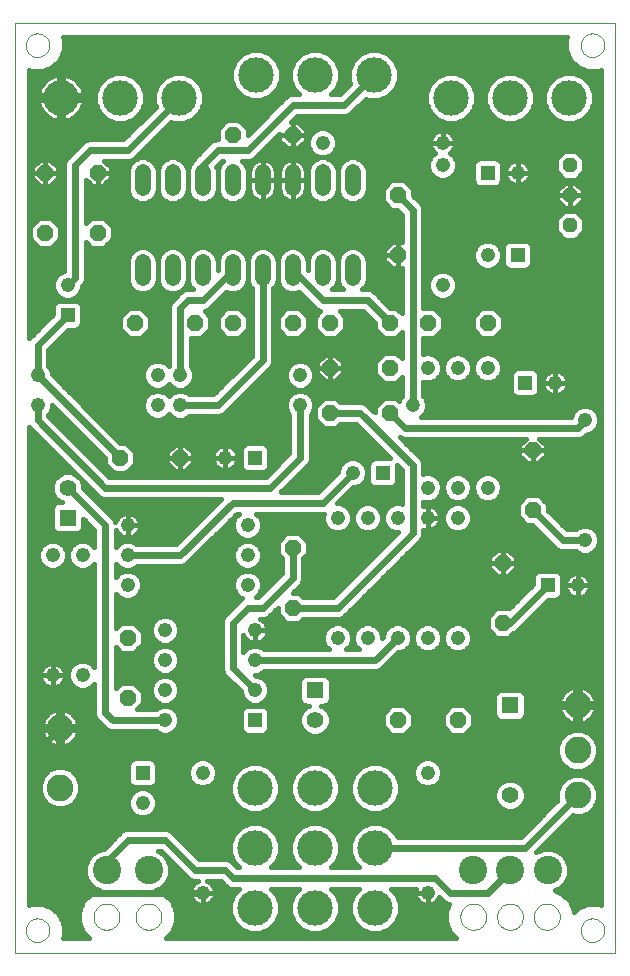
<source format=gtl>
G75*
G70*
%OFA0B0*%
%FSLAX24Y24*%
%IPPOS*%
%LPD*%
%AMOC8*
5,1,8,0,0,1.08239X$1,22.5*
%
%ADD10C,0.0000*%
%ADD11C,0.0520*%
%ADD12C,0.0476*%
%ADD13OC8,0.0520*%
%ADD14R,0.0476X0.0476*%
%ADD15R,0.0554X0.0554*%
%ADD16C,0.0554*%
%ADD17OC8,0.0476*%
%ADD18C,0.0945*%
%ADD19C,0.0886*%
%ADD20C,0.1181*%
%ADD21C,0.0240*%
%ADD22C,0.0160*%
%ADD23C,0.0475*%
D10*
X000617Y000180D02*
X000617Y031180D01*
X020617Y031180D01*
X020617Y000180D01*
X000617Y000180D01*
X000973Y000930D02*
X000975Y000969D01*
X000981Y001008D01*
X000991Y001046D01*
X001004Y001083D01*
X001021Y001118D01*
X001041Y001152D01*
X001065Y001183D01*
X001092Y001212D01*
X001121Y001238D01*
X001153Y001261D01*
X001187Y001281D01*
X001223Y001297D01*
X001260Y001309D01*
X001299Y001318D01*
X001338Y001323D01*
X001377Y001324D01*
X001416Y001321D01*
X001455Y001314D01*
X001492Y001303D01*
X001529Y001289D01*
X001564Y001271D01*
X001597Y001250D01*
X001628Y001225D01*
X001656Y001198D01*
X001681Y001168D01*
X001703Y001135D01*
X001722Y001101D01*
X001737Y001065D01*
X001749Y001027D01*
X001757Y000989D01*
X001761Y000950D01*
X001761Y000910D01*
X001757Y000871D01*
X001749Y000833D01*
X001737Y000795D01*
X001722Y000759D01*
X001703Y000725D01*
X001681Y000692D01*
X001656Y000662D01*
X001628Y000635D01*
X001597Y000610D01*
X001564Y000589D01*
X001529Y000571D01*
X001492Y000557D01*
X001455Y000546D01*
X001416Y000539D01*
X001377Y000536D01*
X001338Y000537D01*
X001299Y000542D01*
X001260Y000551D01*
X001223Y000563D01*
X001187Y000579D01*
X001153Y000599D01*
X001121Y000622D01*
X001092Y000648D01*
X001065Y000677D01*
X001041Y000708D01*
X001021Y000742D01*
X001004Y000777D01*
X000991Y000814D01*
X000981Y000852D01*
X000975Y000891D01*
X000973Y000930D01*
X003234Y001380D02*
X003236Y001421D01*
X003242Y001462D01*
X003252Y001502D01*
X003265Y001541D01*
X003282Y001578D01*
X003303Y001614D01*
X003327Y001648D01*
X003354Y001679D01*
X003383Y001707D01*
X003416Y001733D01*
X003450Y001755D01*
X003487Y001774D01*
X003525Y001789D01*
X003565Y001801D01*
X003605Y001809D01*
X003646Y001813D01*
X003688Y001813D01*
X003729Y001809D01*
X003769Y001801D01*
X003809Y001789D01*
X003847Y001774D01*
X003883Y001755D01*
X003918Y001733D01*
X003951Y001707D01*
X003980Y001679D01*
X004007Y001648D01*
X004031Y001614D01*
X004052Y001578D01*
X004069Y001541D01*
X004082Y001502D01*
X004092Y001462D01*
X004098Y001421D01*
X004100Y001380D01*
X004098Y001339D01*
X004092Y001298D01*
X004082Y001258D01*
X004069Y001219D01*
X004052Y001182D01*
X004031Y001146D01*
X004007Y001112D01*
X003980Y001081D01*
X003951Y001053D01*
X003918Y001027D01*
X003884Y001005D01*
X003847Y000986D01*
X003809Y000971D01*
X003769Y000959D01*
X003729Y000951D01*
X003688Y000947D01*
X003646Y000947D01*
X003605Y000951D01*
X003565Y000959D01*
X003525Y000971D01*
X003487Y000986D01*
X003451Y001005D01*
X003416Y001027D01*
X003383Y001053D01*
X003354Y001081D01*
X003327Y001112D01*
X003303Y001146D01*
X003282Y001182D01*
X003265Y001219D01*
X003252Y001258D01*
X003242Y001298D01*
X003236Y001339D01*
X003234Y001380D01*
X004634Y001380D02*
X004636Y001421D01*
X004642Y001462D01*
X004652Y001502D01*
X004665Y001541D01*
X004682Y001578D01*
X004703Y001614D01*
X004727Y001648D01*
X004754Y001679D01*
X004783Y001707D01*
X004816Y001733D01*
X004850Y001755D01*
X004887Y001774D01*
X004925Y001789D01*
X004965Y001801D01*
X005005Y001809D01*
X005046Y001813D01*
X005088Y001813D01*
X005129Y001809D01*
X005169Y001801D01*
X005209Y001789D01*
X005247Y001774D01*
X005283Y001755D01*
X005318Y001733D01*
X005351Y001707D01*
X005380Y001679D01*
X005407Y001648D01*
X005431Y001614D01*
X005452Y001578D01*
X005469Y001541D01*
X005482Y001502D01*
X005492Y001462D01*
X005498Y001421D01*
X005500Y001380D01*
X005498Y001339D01*
X005492Y001298D01*
X005482Y001258D01*
X005469Y001219D01*
X005452Y001182D01*
X005431Y001146D01*
X005407Y001112D01*
X005380Y001081D01*
X005351Y001053D01*
X005318Y001027D01*
X005284Y001005D01*
X005247Y000986D01*
X005209Y000971D01*
X005169Y000959D01*
X005129Y000951D01*
X005088Y000947D01*
X005046Y000947D01*
X005005Y000951D01*
X004965Y000959D01*
X004925Y000971D01*
X004887Y000986D01*
X004851Y001005D01*
X004816Y001027D01*
X004783Y001053D01*
X004754Y001081D01*
X004727Y001112D01*
X004703Y001146D01*
X004682Y001182D01*
X004665Y001219D01*
X004652Y001258D01*
X004642Y001298D01*
X004636Y001339D01*
X004634Y001380D01*
X015459Y001380D02*
X015461Y001421D01*
X015467Y001462D01*
X015477Y001502D01*
X015490Y001541D01*
X015507Y001578D01*
X015528Y001614D01*
X015552Y001648D01*
X015579Y001679D01*
X015608Y001707D01*
X015641Y001733D01*
X015675Y001755D01*
X015712Y001774D01*
X015750Y001789D01*
X015790Y001801D01*
X015830Y001809D01*
X015871Y001813D01*
X015913Y001813D01*
X015954Y001809D01*
X015994Y001801D01*
X016034Y001789D01*
X016072Y001774D01*
X016108Y001755D01*
X016143Y001733D01*
X016176Y001707D01*
X016205Y001679D01*
X016232Y001648D01*
X016256Y001614D01*
X016277Y001578D01*
X016294Y001541D01*
X016307Y001502D01*
X016317Y001462D01*
X016323Y001421D01*
X016325Y001380D01*
X016323Y001339D01*
X016317Y001298D01*
X016307Y001258D01*
X016294Y001219D01*
X016277Y001182D01*
X016256Y001146D01*
X016232Y001112D01*
X016205Y001081D01*
X016176Y001053D01*
X016143Y001027D01*
X016109Y001005D01*
X016072Y000986D01*
X016034Y000971D01*
X015994Y000959D01*
X015954Y000951D01*
X015913Y000947D01*
X015871Y000947D01*
X015830Y000951D01*
X015790Y000959D01*
X015750Y000971D01*
X015712Y000986D01*
X015676Y001005D01*
X015641Y001027D01*
X015608Y001053D01*
X015579Y001081D01*
X015552Y001112D01*
X015528Y001146D01*
X015507Y001182D01*
X015490Y001219D01*
X015477Y001258D01*
X015467Y001298D01*
X015461Y001339D01*
X015459Y001380D01*
X016684Y001380D02*
X016686Y001421D01*
X016692Y001462D01*
X016702Y001502D01*
X016715Y001541D01*
X016732Y001578D01*
X016753Y001614D01*
X016777Y001648D01*
X016804Y001679D01*
X016833Y001707D01*
X016866Y001733D01*
X016900Y001755D01*
X016937Y001774D01*
X016975Y001789D01*
X017015Y001801D01*
X017055Y001809D01*
X017096Y001813D01*
X017138Y001813D01*
X017179Y001809D01*
X017219Y001801D01*
X017259Y001789D01*
X017297Y001774D01*
X017333Y001755D01*
X017368Y001733D01*
X017401Y001707D01*
X017430Y001679D01*
X017457Y001648D01*
X017481Y001614D01*
X017502Y001578D01*
X017519Y001541D01*
X017532Y001502D01*
X017542Y001462D01*
X017548Y001421D01*
X017550Y001380D01*
X017548Y001339D01*
X017542Y001298D01*
X017532Y001258D01*
X017519Y001219D01*
X017502Y001182D01*
X017481Y001146D01*
X017457Y001112D01*
X017430Y001081D01*
X017401Y001053D01*
X017368Y001027D01*
X017334Y001005D01*
X017297Y000986D01*
X017259Y000971D01*
X017219Y000959D01*
X017179Y000951D01*
X017138Y000947D01*
X017096Y000947D01*
X017055Y000951D01*
X017015Y000959D01*
X016975Y000971D01*
X016937Y000986D01*
X016901Y001005D01*
X016866Y001027D01*
X016833Y001053D01*
X016804Y001081D01*
X016777Y001112D01*
X016753Y001146D01*
X016732Y001182D01*
X016715Y001219D01*
X016702Y001258D01*
X016692Y001298D01*
X016686Y001339D01*
X016684Y001380D01*
X017909Y001380D02*
X017911Y001421D01*
X017917Y001462D01*
X017927Y001502D01*
X017940Y001541D01*
X017957Y001578D01*
X017978Y001614D01*
X018002Y001648D01*
X018029Y001679D01*
X018058Y001707D01*
X018091Y001733D01*
X018125Y001755D01*
X018162Y001774D01*
X018200Y001789D01*
X018240Y001801D01*
X018280Y001809D01*
X018321Y001813D01*
X018363Y001813D01*
X018404Y001809D01*
X018444Y001801D01*
X018484Y001789D01*
X018522Y001774D01*
X018558Y001755D01*
X018593Y001733D01*
X018626Y001707D01*
X018655Y001679D01*
X018682Y001648D01*
X018706Y001614D01*
X018727Y001578D01*
X018744Y001541D01*
X018757Y001502D01*
X018767Y001462D01*
X018773Y001421D01*
X018775Y001380D01*
X018773Y001339D01*
X018767Y001298D01*
X018757Y001258D01*
X018744Y001219D01*
X018727Y001182D01*
X018706Y001146D01*
X018682Y001112D01*
X018655Y001081D01*
X018626Y001053D01*
X018593Y001027D01*
X018559Y001005D01*
X018522Y000986D01*
X018484Y000971D01*
X018444Y000959D01*
X018404Y000951D01*
X018363Y000947D01*
X018321Y000947D01*
X018280Y000951D01*
X018240Y000959D01*
X018200Y000971D01*
X018162Y000986D01*
X018126Y001005D01*
X018091Y001027D01*
X018058Y001053D01*
X018029Y001081D01*
X018002Y001112D01*
X017978Y001146D01*
X017957Y001182D01*
X017940Y001219D01*
X017927Y001258D01*
X017917Y001298D01*
X017911Y001339D01*
X017909Y001380D01*
X019473Y000930D02*
X019475Y000969D01*
X019481Y001008D01*
X019491Y001046D01*
X019504Y001083D01*
X019521Y001118D01*
X019541Y001152D01*
X019565Y001183D01*
X019592Y001212D01*
X019621Y001238D01*
X019653Y001261D01*
X019687Y001281D01*
X019723Y001297D01*
X019760Y001309D01*
X019799Y001318D01*
X019838Y001323D01*
X019877Y001324D01*
X019916Y001321D01*
X019955Y001314D01*
X019992Y001303D01*
X020029Y001289D01*
X020064Y001271D01*
X020097Y001250D01*
X020128Y001225D01*
X020156Y001198D01*
X020181Y001168D01*
X020203Y001135D01*
X020222Y001101D01*
X020237Y001065D01*
X020249Y001027D01*
X020257Y000989D01*
X020261Y000950D01*
X020261Y000910D01*
X020257Y000871D01*
X020249Y000833D01*
X020237Y000795D01*
X020222Y000759D01*
X020203Y000725D01*
X020181Y000692D01*
X020156Y000662D01*
X020128Y000635D01*
X020097Y000610D01*
X020064Y000589D01*
X020029Y000571D01*
X019992Y000557D01*
X019955Y000546D01*
X019916Y000539D01*
X019877Y000536D01*
X019838Y000537D01*
X019799Y000542D01*
X019760Y000551D01*
X019723Y000563D01*
X019687Y000579D01*
X019653Y000599D01*
X019621Y000622D01*
X019592Y000648D01*
X019565Y000677D01*
X019541Y000708D01*
X019521Y000742D01*
X019504Y000777D01*
X019491Y000814D01*
X019481Y000852D01*
X019475Y000891D01*
X019473Y000930D01*
X019473Y030430D02*
X019475Y030469D01*
X019481Y030508D01*
X019491Y030546D01*
X019504Y030583D01*
X019521Y030618D01*
X019541Y030652D01*
X019565Y030683D01*
X019592Y030712D01*
X019621Y030738D01*
X019653Y030761D01*
X019687Y030781D01*
X019723Y030797D01*
X019760Y030809D01*
X019799Y030818D01*
X019838Y030823D01*
X019877Y030824D01*
X019916Y030821D01*
X019955Y030814D01*
X019992Y030803D01*
X020029Y030789D01*
X020064Y030771D01*
X020097Y030750D01*
X020128Y030725D01*
X020156Y030698D01*
X020181Y030668D01*
X020203Y030635D01*
X020222Y030601D01*
X020237Y030565D01*
X020249Y030527D01*
X020257Y030489D01*
X020261Y030450D01*
X020261Y030410D01*
X020257Y030371D01*
X020249Y030333D01*
X020237Y030295D01*
X020222Y030259D01*
X020203Y030225D01*
X020181Y030192D01*
X020156Y030162D01*
X020128Y030135D01*
X020097Y030110D01*
X020064Y030089D01*
X020029Y030071D01*
X019992Y030057D01*
X019955Y030046D01*
X019916Y030039D01*
X019877Y030036D01*
X019838Y030037D01*
X019799Y030042D01*
X019760Y030051D01*
X019723Y030063D01*
X019687Y030079D01*
X019653Y030099D01*
X019621Y030122D01*
X019592Y030148D01*
X019565Y030177D01*
X019541Y030208D01*
X019521Y030242D01*
X019504Y030277D01*
X019491Y030314D01*
X019481Y030352D01*
X019475Y030391D01*
X019473Y030430D01*
X000973Y030430D02*
X000975Y030469D01*
X000981Y030508D01*
X000991Y030546D01*
X001004Y030583D01*
X001021Y030618D01*
X001041Y030652D01*
X001065Y030683D01*
X001092Y030712D01*
X001121Y030738D01*
X001153Y030761D01*
X001187Y030781D01*
X001223Y030797D01*
X001260Y030809D01*
X001299Y030818D01*
X001338Y030823D01*
X001377Y030824D01*
X001416Y030821D01*
X001455Y030814D01*
X001492Y030803D01*
X001529Y030789D01*
X001564Y030771D01*
X001597Y030750D01*
X001628Y030725D01*
X001656Y030698D01*
X001681Y030668D01*
X001703Y030635D01*
X001722Y030601D01*
X001737Y030565D01*
X001749Y030527D01*
X001757Y030489D01*
X001761Y030450D01*
X001761Y030410D01*
X001757Y030371D01*
X001749Y030333D01*
X001737Y030295D01*
X001722Y030259D01*
X001703Y030225D01*
X001681Y030192D01*
X001656Y030162D01*
X001628Y030135D01*
X001597Y030110D01*
X001564Y030089D01*
X001529Y030071D01*
X001492Y030057D01*
X001455Y030046D01*
X001416Y030039D01*
X001377Y030036D01*
X001338Y030037D01*
X001299Y030042D01*
X001260Y030051D01*
X001223Y030063D01*
X001187Y030079D01*
X001153Y030099D01*
X001121Y030122D01*
X001092Y030148D01*
X001065Y030177D01*
X001041Y030208D01*
X001021Y030242D01*
X001004Y030277D01*
X000991Y030314D01*
X000981Y030352D01*
X000975Y030391D01*
X000973Y030430D01*
D11*
X004867Y026190D02*
X004867Y025670D01*
X005867Y025670D02*
X005867Y026190D01*
X006867Y026190D02*
X006867Y025670D01*
X007867Y025670D02*
X007867Y026190D01*
X008867Y026190D02*
X008867Y025670D01*
X009867Y025670D02*
X009867Y026190D01*
X010867Y026190D02*
X010867Y025670D01*
X011867Y025670D02*
X011867Y026190D01*
X011867Y023190D02*
X011867Y022670D01*
X010867Y022670D02*
X010867Y023190D01*
X009867Y023190D02*
X009867Y022670D01*
X008867Y022670D02*
X008867Y023190D01*
X007867Y023190D02*
X007867Y022670D01*
X006867Y022670D02*
X006867Y023190D01*
X005867Y023190D02*
X005867Y022670D01*
X004867Y022670D02*
X004867Y023190D01*
D12*
X002367Y022430D03*
X001367Y019430D03*
X001367Y018430D03*
X004367Y014430D03*
X004367Y013430D03*
X004367Y012430D03*
X005617Y010930D03*
X005617Y009930D03*
X005617Y008930D03*
X005617Y007930D03*
X006867Y006180D03*
X004867Y005180D03*
X006867Y002180D03*
X008617Y008930D03*
X008617Y009930D03*
X008617Y010930D03*
X008367Y012430D03*
X008367Y013430D03*
X008367Y014430D03*
X007617Y016680D03*
X006117Y018430D03*
X006117Y019430D03*
X005367Y019430D03*
X005367Y018430D03*
X002867Y013430D03*
X001867Y013430D03*
X001867Y009430D03*
X002867Y009430D03*
X010117Y018430D03*
X010117Y019430D03*
X011867Y016180D03*
X012367Y014680D03*
X013367Y014680D03*
X014367Y014680D03*
X014367Y015680D03*
X015367Y015680D03*
X015367Y014680D03*
X016367Y015680D03*
X018617Y019180D03*
X019617Y017930D03*
X019617Y013930D03*
X019367Y012430D03*
X015367Y010680D03*
X014367Y010680D03*
X013367Y010680D03*
X012367Y010680D03*
X011367Y010680D03*
X011367Y014680D03*
X014367Y019680D03*
X015367Y019680D03*
X016367Y019680D03*
X014867Y022430D03*
X016367Y023430D03*
X017367Y026180D03*
X014867Y026430D03*
X014867Y027180D03*
X010867Y027180D03*
X014367Y006180D03*
X014367Y002180D03*
D13*
X015367Y007930D03*
X013367Y007930D03*
X009867Y011680D03*
X009867Y013680D03*
X011117Y018180D03*
X011117Y019680D03*
X011117Y021180D03*
X009867Y021180D03*
X007867Y021180D03*
X006617Y021180D03*
X004617Y021180D03*
X003367Y024180D03*
X003367Y026180D03*
X001617Y026180D03*
X001617Y024180D03*
X004117Y016680D03*
X006117Y016680D03*
X004367Y010680D03*
X004367Y008680D03*
X013117Y018180D03*
X013117Y019680D03*
X013117Y021180D03*
X014367Y021180D03*
X013367Y023430D03*
X013367Y025430D03*
X016367Y021180D03*
X017867Y016930D03*
X017867Y014930D03*
X016867Y013180D03*
X016867Y011180D03*
X009867Y027430D03*
X007867Y027430D03*
D14*
X002367Y021430D03*
X008617Y016680D03*
X012867Y016180D03*
X017617Y019180D03*
X017367Y023430D03*
X016367Y026180D03*
X018367Y012430D03*
X008617Y007930D03*
X004867Y006180D03*
D15*
X010617Y008930D03*
X017117Y008430D03*
X002367Y014680D03*
D16*
X002367Y015680D03*
X010617Y007930D03*
X017117Y005430D03*
D17*
X019117Y024430D03*
X019117Y025430D03*
X019117Y026430D03*
D18*
X018367Y002930D03*
X017117Y002930D03*
X015867Y002930D03*
X005067Y002930D03*
X003667Y002930D03*
D19*
X002117Y005680D03*
X002117Y007680D03*
X019367Y006930D03*
X019367Y008430D03*
X019367Y005430D03*
D20*
X012617Y005680D03*
X012617Y003680D03*
X012617Y001680D03*
X010617Y001680D03*
X010617Y003680D03*
X010617Y005680D03*
X008617Y005680D03*
X008617Y003680D03*
X008617Y001680D03*
X006085Y028680D03*
X004117Y028680D03*
X002148Y028680D03*
X008648Y029430D03*
X010617Y029430D03*
X012585Y029430D03*
X015148Y028680D03*
X017117Y028680D03*
X019085Y028680D03*
D21*
X013867Y024930D02*
X013367Y025430D01*
X013867Y024930D02*
X013867Y018430D01*
X013617Y017680D02*
X019367Y017680D01*
X019617Y017930D01*
X017867Y014930D02*
X018867Y013930D01*
X019617Y013930D01*
X018367Y012430D02*
X017117Y011180D01*
X016867Y011180D01*
X013867Y014180D02*
X013867Y016430D01*
X012117Y018180D01*
X011117Y018180D01*
X010117Y018430D02*
X010117Y016680D01*
X009117Y015680D01*
X003617Y015680D01*
X001367Y017930D01*
X001367Y018430D01*
X001367Y019430D02*
X004117Y016680D01*
X002367Y015680D02*
X003617Y014430D01*
X003617Y008180D01*
X003867Y007930D01*
X005617Y007930D01*
X007867Y009680D02*
X007867Y011180D01*
X008367Y011680D01*
X008867Y011680D01*
X009867Y012680D01*
X009867Y013680D01*
X010867Y015180D02*
X011867Y016180D01*
X010867Y015180D02*
X007867Y015180D01*
X006117Y013430D01*
X004367Y013430D01*
X006117Y018430D02*
X007367Y018430D01*
X008867Y019930D01*
X008867Y022930D01*
X009867Y022930D02*
X010867Y021930D01*
X012367Y021930D01*
X013117Y021180D01*
X013117Y018180D02*
X013617Y017680D01*
X013867Y014180D02*
X011367Y011680D01*
X009867Y011680D01*
X008617Y009930D02*
X012617Y009930D01*
X013367Y010680D01*
X008617Y008930D02*
X007867Y009680D01*
X005617Y003930D02*
X004367Y003930D01*
X003667Y003230D01*
X003667Y002930D01*
X002992Y002180D02*
X001317Y003855D01*
X001317Y006880D01*
X002117Y007680D01*
X005617Y003930D02*
X006617Y002930D01*
X007617Y002930D01*
X007867Y002680D01*
X014617Y002680D01*
X015117Y002180D01*
X016367Y002180D01*
X017117Y002930D01*
X017617Y003680D02*
X019367Y005430D01*
X017617Y003680D02*
X012617Y003680D01*
X006867Y002180D02*
X002992Y002180D01*
X001367Y019430D02*
X001367Y020430D01*
X002367Y021430D01*
X002367Y022430D02*
X002617Y022680D01*
X002617Y026430D01*
X003117Y026930D01*
X004367Y026930D01*
X006085Y028649D01*
X006085Y028680D01*
X007367Y026930D02*
X008367Y026930D01*
X009867Y028430D01*
X011585Y028430D01*
X012585Y029430D01*
X007867Y022930D02*
X006867Y021930D01*
X006367Y021930D01*
X006117Y021680D01*
X006117Y019430D01*
X006867Y025930D02*
X006867Y026430D01*
X007367Y026930D01*
D22*
X007163Y027235D02*
X007295Y027290D01*
X007367Y027290D01*
X007367Y027637D01*
X007660Y027930D01*
X008074Y027930D01*
X008367Y027637D01*
X008367Y027439D01*
X009561Y028634D01*
X009663Y028735D01*
X009795Y028790D01*
X010082Y028790D01*
X009913Y028960D01*
X009786Y029265D01*
X009786Y029595D01*
X009913Y029900D01*
X010146Y030134D01*
X010451Y030261D01*
X010782Y030261D01*
X011087Y030134D01*
X011321Y029900D01*
X011447Y029595D01*
X011447Y029265D01*
X011321Y028960D01*
X011151Y028790D01*
X011436Y028790D01*
X011800Y029154D01*
X011755Y029265D01*
X011755Y029595D01*
X011881Y029900D01*
X012115Y030134D01*
X012420Y030261D01*
X012750Y030261D01*
X013056Y030134D01*
X013289Y029900D01*
X013416Y029595D01*
X013416Y029265D01*
X013289Y028960D01*
X013056Y028726D01*
X012750Y028599D01*
X012420Y028599D01*
X012309Y028645D01*
X011789Y028125D01*
X011657Y028070D01*
X010016Y028070D01*
X009816Y027870D01*
X009867Y027870D01*
X009867Y027430D01*
X010307Y027430D01*
X010307Y027612D01*
X010049Y027870D01*
X009867Y027870D01*
X009867Y027430D01*
X009867Y027430D01*
X010307Y027430D01*
X010307Y027248D01*
X010049Y026990D01*
X009867Y026990D01*
X009867Y027430D01*
X009867Y027430D01*
X009867Y027430D01*
X009867Y026990D01*
X009684Y026990D01*
X009427Y027248D01*
X009427Y027430D01*
X009867Y027430D01*
X009867Y027430D01*
X009427Y027430D01*
X009427Y027481D01*
X008571Y026625D01*
X008438Y026570D01*
X008194Y026570D01*
X008291Y026473D01*
X008367Y026289D01*
X008367Y025571D01*
X008291Y025387D01*
X008150Y025246D01*
X007966Y025170D01*
X007767Y025170D01*
X007583Y025246D01*
X007443Y025387D01*
X007367Y025571D01*
X007367Y026289D01*
X007443Y026473D01*
X007540Y026570D01*
X007516Y026570D01*
X007328Y026382D01*
X007367Y026289D01*
X007367Y025571D01*
X007291Y025387D01*
X007150Y025246D01*
X006966Y025170D01*
X006767Y025170D01*
X006583Y025246D01*
X006443Y025387D01*
X006367Y025571D01*
X006367Y026289D01*
X006291Y026473D01*
X006150Y026614D01*
X005966Y026690D01*
X005767Y026690D01*
X005583Y026614D01*
X005443Y026473D01*
X005367Y026289D01*
X005291Y026473D01*
X005150Y026614D01*
X004966Y026690D01*
X004767Y026690D01*
X004583Y026614D01*
X004443Y026473D01*
X004367Y026289D01*
X004367Y025571D01*
X004443Y025387D01*
X004583Y025246D01*
X004767Y025170D01*
X004966Y025170D01*
X005150Y025246D01*
X005291Y025387D01*
X005367Y025571D01*
X005443Y025387D01*
X005583Y025246D01*
X005767Y025170D01*
X005966Y025170D01*
X006150Y025246D01*
X006291Y025387D01*
X006367Y025571D01*
X006367Y026289D01*
X006443Y026473D01*
X006532Y026562D01*
X006561Y026634D01*
X007061Y027134D01*
X007163Y027235D01*
X007279Y027284D02*
X005229Y027284D01*
X005388Y027442D02*
X007367Y027442D01*
X007367Y027601D02*
X005546Y027601D01*
X005705Y027759D02*
X007489Y027759D01*
X007647Y027918D02*
X006415Y027918D01*
X006556Y027976D02*
X006250Y027849D01*
X005920Y027849D01*
X005832Y027886D01*
X004672Y026726D01*
X004672Y026726D01*
X004571Y026625D01*
X004438Y026570D01*
X003599Y026570D01*
X003807Y026362D01*
X003807Y026180D01*
X003367Y026180D01*
X003367Y026180D01*
X003807Y026180D01*
X003807Y025998D01*
X003549Y025740D01*
X003367Y025740D01*
X003367Y026180D01*
X003367Y026180D01*
X003367Y025740D01*
X003184Y025740D01*
X002977Y025948D01*
X002977Y024497D01*
X003160Y024680D01*
X003574Y024680D01*
X003867Y024387D01*
X003867Y023973D01*
X003574Y023680D01*
X003160Y023680D01*
X002977Y023863D01*
X002977Y022608D01*
X002922Y022476D01*
X002844Y022399D01*
X002844Y022335D01*
X002772Y022159D01*
X002637Y022025D01*
X002462Y021952D01*
X002272Y021952D01*
X002096Y022025D01*
X001962Y022159D01*
X001889Y022335D01*
X001889Y022525D01*
X001962Y022701D01*
X002096Y022835D01*
X002257Y022902D01*
X002257Y026502D01*
X002311Y026634D01*
X002413Y026735D01*
X002913Y027235D01*
X003045Y027290D01*
X004218Y027290D01*
X005310Y028382D01*
X005255Y028515D01*
X005255Y028845D01*
X005381Y029150D01*
X005615Y029384D01*
X005920Y029511D01*
X006250Y029511D01*
X006556Y029384D01*
X006789Y029150D01*
X006916Y028845D01*
X006916Y028515D01*
X006789Y028210D01*
X006556Y027976D01*
X006656Y028076D02*
X009004Y028076D01*
X009162Y028235D02*
X006800Y028235D01*
X006865Y028393D02*
X009321Y028393D01*
X009479Y028552D02*
X006916Y028552D01*
X006916Y028710D02*
X008216Y028710D01*
X008178Y028726D02*
X008483Y028599D01*
X008813Y028599D01*
X009119Y028726D01*
X009352Y028960D01*
X009479Y029265D01*
X009479Y029595D01*
X009352Y029900D01*
X009119Y030134D01*
X008813Y030261D01*
X008483Y030261D01*
X008178Y030134D01*
X007944Y029900D01*
X007818Y029595D01*
X007818Y029265D01*
X007944Y028960D01*
X008178Y028726D01*
X008035Y028869D02*
X006906Y028869D01*
X006840Y029027D02*
X007916Y029027D01*
X007850Y029186D02*
X006754Y029186D01*
X006596Y029344D02*
X007818Y029344D01*
X007818Y029503D02*
X006270Y029503D01*
X005901Y029503D02*
X004301Y029503D01*
X004282Y029511D02*
X003951Y029511D01*
X003646Y029384D01*
X003413Y029150D01*
X003286Y028845D01*
X003286Y028515D01*
X003413Y028210D01*
X003646Y027976D01*
X003951Y027849D01*
X004282Y027849D01*
X004587Y027976D01*
X004821Y028210D01*
X004947Y028515D01*
X004947Y028845D01*
X004821Y029150D01*
X004587Y029384D01*
X004282Y029511D01*
X003932Y029503D02*
X001097Y029503D01*
X001097Y029596D02*
X001193Y029556D01*
X001540Y029556D01*
X001862Y029689D01*
X002107Y029935D01*
X002240Y030256D01*
X002240Y030604D01*
X002201Y030700D01*
X019033Y030700D01*
X018993Y030604D01*
X018993Y030256D01*
X019126Y029935D01*
X019372Y029689D01*
X019693Y029556D01*
X020040Y029556D01*
X020137Y029596D01*
X020137Y001764D01*
X020040Y001804D01*
X019693Y001804D01*
X019372Y001671D01*
X019255Y001554D01*
X019255Y001562D01*
X019116Y001897D01*
X018859Y002154D01*
X018607Y002258D01*
X018770Y002326D01*
X018971Y002526D01*
X019079Y002788D01*
X019079Y003072D01*
X018971Y003334D01*
X018770Y003534D01*
X018508Y003642D01*
X018225Y003642D01*
X017992Y003546D01*
X019204Y004758D01*
X019231Y004747D01*
X019503Y004747D01*
X019754Y004851D01*
X019946Y005043D01*
X020050Y005294D01*
X020050Y005566D01*
X019946Y005817D01*
X019754Y006009D01*
X019503Y006113D01*
X019231Y006113D01*
X018980Y006009D01*
X018788Y005817D01*
X018684Y005566D01*
X018684Y005294D01*
X018695Y005267D01*
X017468Y004040D01*
X013367Y004040D01*
X013321Y004150D01*
X013087Y004384D01*
X012782Y004511D01*
X012451Y004511D01*
X012146Y004384D01*
X011913Y004150D01*
X011786Y003845D01*
X011786Y003515D01*
X011913Y003210D01*
X012082Y003040D01*
X011151Y003040D01*
X011321Y003210D01*
X011447Y003515D01*
X011447Y003845D01*
X011321Y004150D01*
X011087Y004384D01*
X010782Y004511D01*
X010451Y004511D01*
X010146Y004384D01*
X009913Y004150D01*
X009786Y003845D01*
X009786Y003515D01*
X009913Y003210D01*
X010082Y003040D01*
X009151Y003040D01*
X009321Y003210D01*
X009447Y003515D01*
X009447Y003845D01*
X009321Y004150D01*
X009087Y004384D01*
X008782Y004511D01*
X008451Y004511D01*
X008146Y004384D01*
X007913Y004150D01*
X007786Y003845D01*
X007786Y003515D01*
X007913Y003210D01*
X008082Y003040D01*
X008016Y003040D01*
X007821Y003235D01*
X007688Y003290D01*
X006766Y003290D01*
X005821Y004235D01*
X005688Y004290D01*
X004295Y004290D01*
X004163Y004235D01*
X004061Y004134D01*
X003570Y003642D01*
X003525Y003642D01*
X003263Y003534D01*
X003063Y003334D01*
X002954Y003072D01*
X002954Y002788D01*
X003063Y002526D01*
X003263Y002326D01*
X003414Y002264D01*
X003149Y002154D01*
X002893Y001897D01*
X002754Y001562D01*
X002754Y001198D01*
X002893Y000863D01*
X003095Y000660D01*
X002201Y000660D01*
X002240Y000756D01*
X002240Y001104D01*
X002107Y001425D01*
X001862Y001671D01*
X001540Y001804D01*
X001193Y001804D01*
X001097Y001764D01*
X001097Y017691D01*
X003311Y015476D01*
X003413Y015375D01*
X003545Y015320D01*
X007498Y015320D01*
X005968Y013790D01*
X004682Y013790D01*
X004637Y013835D01*
X004462Y013908D01*
X004272Y013908D01*
X004096Y013835D01*
X003977Y013716D01*
X003977Y014278D01*
X003979Y014270D01*
X004009Y014211D01*
X004048Y014158D01*
X004094Y014111D01*
X004148Y014073D01*
X004206Y014043D01*
X004269Y014022D01*
X004334Y014012D01*
X004367Y014012D01*
X004400Y014012D01*
X004464Y014022D01*
X004527Y014043D01*
X004586Y014073D01*
X004639Y014111D01*
X004685Y014158D01*
X004724Y014211D01*
X004754Y014270D01*
X004774Y014332D01*
X004784Y014397D01*
X004784Y014430D01*
X004367Y014430D01*
X004784Y014430D01*
X004784Y014463D01*
X004774Y014528D01*
X004754Y014590D01*
X004724Y014649D01*
X004685Y014702D01*
X004639Y014749D01*
X004586Y014787D01*
X004527Y014817D01*
X004464Y014838D01*
X004400Y014848D01*
X004367Y014848D01*
X004367Y014430D01*
X004367Y014430D01*
X004367Y014430D01*
X004367Y014012D01*
X004367Y014430D01*
X004367Y014430D01*
X004367Y014848D01*
X004334Y014848D01*
X004269Y014838D01*
X004206Y014817D01*
X004148Y014787D01*
X004094Y014749D01*
X004048Y014702D01*
X004009Y014649D01*
X003979Y014590D01*
X003962Y014537D01*
X003922Y014634D01*
X002884Y015672D01*
X002884Y015783D01*
X002805Y015973D01*
X002660Y016118D01*
X002470Y016197D01*
X002264Y016197D01*
X002074Y016118D01*
X001928Y015973D01*
X001850Y015783D01*
X001850Y015577D01*
X001928Y015387D01*
X002074Y015242D01*
X002181Y015197D01*
X002042Y015197D01*
X001954Y015161D01*
X001886Y015093D01*
X001850Y015005D01*
X001850Y014355D01*
X001886Y014267D01*
X001954Y014199D01*
X002042Y014163D01*
X002692Y014163D01*
X002780Y014199D01*
X002847Y014267D01*
X002884Y014355D01*
X002884Y014654D01*
X003257Y014281D01*
X003257Y013716D01*
X003137Y013835D01*
X002962Y013908D01*
X002772Y013908D01*
X002596Y013835D01*
X002462Y013701D01*
X002389Y013525D01*
X002389Y013335D01*
X002462Y013159D01*
X002596Y013025D01*
X002772Y012952D01*
X002962Y012952D01*
X003137Y013025D01*
X003257Y013144D01*
X003257Y009716D01*
X003137Y009835D01*
X002962Y009908D01*
X002772Y009908D01*
X002596Y009835D01*
X002462Y009701D01*
X002389Y009525D01*
X002389Y009335D01*
X002462Y009159D01*
X002596Y009025D01*
X002772Y008952D01*
X002962Y008952D01*
X003137Y009025D01*
X003257Y009144D01*
X003257Y008108D01*
X003311Y007976D01*
X003413Y007875D01*
X003663Y007625D01*
X003795Y007570D01*
X005301Y007570D01*
X005346Y007525D01*
X005522Y007452D01*
X005712Y007452D01*
X005887Y007525D01*
X006022Y007659D01*
X006094Y007835D01*
X006094Y008025D01*
X006022Y008201D01*
X005887Y008335D01*
X005712Y008408D01*
X005522Y008408D01*
X005346Y008335D01*
X005301Y008290D01*
X004684Y008290D01*
X004867Y008473D01*
X004867Y008887D01*
X004574Y009180D01*
X004160Y009180D01*
X003977Y008997D01*
X003977Y010363D01*
X004160Y010180D01*
X004574Y010180D01*
X004867Y010473D01*
X004867Y010887D01*
X004574Y011180D01*
X004160Y011180D01*
X003977Y010997D01*
X003977Y012144D01*
X004096Y012025D01*
X004272Y011952D01*
X004462Y011952D01*
X004637Y012025D01*
X004772Y012159D01*
X004844Y012335D01*
X004844Y012525D01*
X004772Y012701D01*
X004637Y012835D01*
X004462Y012908D01*
X004272Y012908D01*
X004096Y012835D01*
X003977Y012716D01*
X003977Y013144D01*
X004096Y013025D01*
X004272Y012952D01*
X004462Y012952D01*
X004637Y013025D01*
X004682Y013070D01*
X006188Y013070D01*
X006321Y013125D01*
X008016Y014820D01*
X008081Y014820D01*
X007962Y014701D01*
X007889Y014525D01*
X007889Y014335D01*
X007962Y014159D01*
X008096Y014025D01*
X008272Y013952D01*
X008462Y013952D01*
X008637Y014025D01*
X008772Y014159D01*
X008844Y014335D01*
X008844Y014525D01*
X008772Y014701D01*
X008652Y014820D01*
X010907Y014820D01*
X010889Y014775D01*
X010889Y014585D01*
X010962Y014409D01*
X011096Y014275D01*
X011272Y014202D01*
X011462Y014202D01*
X011637Y014275D01*
X011772Y014409D01*
X011844Y014585D01*
X011844Y014775D01*
X011772Y014951D01*
X011637Y015085D01*
X011462Y015158D01*
X011354Y015158D01*
X011898Y015702D01*
X011962Y015702D01*
X012137Y015775D01*
X012272Y015909D01*
X012344Y016085D01*
X012344Y016275D01*
X012272Y016451D01*
X012137Y016585D01*
X011962Y016658D01*
X011772Y016658D01*
X011596Y016585D01*
X011462Y016451D01*
X011389Y016275D01*
X011389Y016211D01*
X010718Y015540D01*
X009486Y015540D01*
X010321Y016375D01*
X010422Y016476D01*
X010477Y016608D01*
X010477Y018114D01*
X010522Y018159D01*
X010594Y018335D01*
X010594Y018525D01*
X010522Y018701D01*
X010387Y018835D01*
X010212Y018908D01*
X010022Y018908D01*
X009846Y018835D01*
X009712Y018701D01*
X009639Y018525D01*
X009639Y018335D01*
X009712Y018159D01*
X009757Y018114D01*
X009757Y016829D01*
X008968Y016040D01*
X003766Y016040D01*
X001727Y018079D01*
X001727Y018114D01*
X001772Y018159D01*
X001844Y018335D01*
X001844Y018443D01*
X003617Y016671D01*
X003617Y016473D01*
X003910Y016180D01*
X004324Y016180D01*
X004617Y016473D01*
X004617Y016887D01*
X004324Y017180D01*
X004126Y017180D01*
X001844Y019461D01*
X001844Y019525D01*
X001772Y019701D01*
X001727Y019746D01*
X001727Y020281D01*
X002398Y020952D01*
X002652Y020952D01*
X002740Y020989D01*
X002808Y021056D01*
X002844Y021144D01*
X002844Y021716D01*
X002808Y021804D01*
X002740Y021871D01*
X002652Y021908D01*
X002081Y021908D01*
X001993Y021871D01*
X001925Y021804D01*
X001889Y021716D01*
X001889Y021461D01*
X001097Y020669D01*
X001097Y029596D01*
X001097Y029344D02*
X001757Y029344D01*
X001719Y029322D02*
X001639Y029261D01*
X001568Y029189D01*
X001506Y029109D01*
X001456Y029022D01*
X001417Y028928D01*
X001391Y028831D01*
X001381Y028760D01*
X002068Y028760D01*
X002068Y028600D01*
X001381Y028600D01*
X001391Y028529D01*
X001417Y028432D01*
X001456Y028338D01*
X001506Y028251D01*
X001568Y028171D01*
X001639Y028099D01*
X001719Y028038D01*
X001807Y027987D01*
X001900Y027949D01*
X001998Y027923D01*
X002068Y027913D01*
X002068Y028600D01*
X002228Y028600D01*
X002228Y027913D01*
X002299Y027923D01*
X002396Y027949D01*
X002490Y027987D01*
X002577Y028038D01*
X002657Y028099D01*
X002729Y028171D01*
X002790Y028251D01*
X002841Y028338D01*
X002879Y028432D01*
X002906Y028529D01*
X002915Y028600D01*
X002228Y028600D01*
X002228Y028760D01*
X002068Y028760D01*
X002068Y029447D01*
X001998Y029437D01*
X001900Y029411D01*
X001807Y029373D01*
X001719Y029322D01*
X001565Y029186D02*
X001097Y029186D01*
X001097Y029027D02*
X001459Y029027D01*
X001401Y028869D02*
X001097Y028869D01*
X001097Y028710D02*
X002068Y028710D01*
X002068Y028552D02*
X002228Y028552D01*
X002228Y028710D02*
X003286Y028710D01*
X003286Y028552D02*
X002908Y028552D01*
X002863Y028393D02*
X003337Y028393D01*
X003402Y028235D02*
X002778Y028235D01*
X002627Y028076D02*
X003546Y028076D01*
X003787Y027918D02*
X002260Y027918D01*
X002228Y027918D02*
X002068Y027918D01*
X002036Y027918D02*
X001097Y027918D01*
X001097Y028076D02*
X001669Y028076D01*
X001519Y028235D02*
X001097Y028235D01*
X001097Y028393D02*
X001433Y028393D01*
X001388Y028552D02*
X001097Y028552D01*
X001097Y027759D02*
X004687Y027759D01*
X004845Y027918D02*
X004446Y027918D01*
X004687Y028076D02*
X005004Y028076D01*
X005162Y028235D02*
X004831Y028235D01*
X004897Y028393D02*
X005305Y028393D01*
X005255Y028552D02*
X004947Y028552D01*
X004947Y028710D02*
X005255Y028710D01*
X005264Y028869D02*
X004938Y028869D01*
X004872Y029027D02*
X005330Y029027D01*
X005416Y029186D02*
X004786Y029186D01*
X004627Y029344D02*
X005575Y029344D01*
X004528Y027601D02*
X001097Y027601D01*
X001097Y027442D02*
X004370Y027442D01*
X004754Y026808D02*
X006736Y026808D01*
X006894Y026967D02*
X004912Y026967D01*
X005071Y027125D02*
X007053Y027125D01*
X006577Y026650D02*
X006064Y026650D01*
X006273Y026491D02*
X006461Y026491D01*
X006385Y026333D02*
X006349Y026333D01*
X006367Y026174D02*
X006367Y026174D01*
X006367Y026016D02*
X006367Y026016D01*
X006367Y025857D02*
X006367Y025857D01*
X006367Y025699D02*
X006367Y025699D01*
X006354Y025540D02*
X006379Y025540D01*
X006448Y025382D02*
X006285Y025382D01*
X006094Y025223D02*
X006639Y025223D01*
X007094Y025223D02*
X007639Y025223D01*
X007448Y025382D02*
X007285Y025382D01*
X007354Y025540D02*
X007379Y025540D01*
X007367Y025699D02*
X007367Y025699D01*
X007367Y025857D02*
X007367Y025857D01*
X007367Y026016D02*
X007367Y026016D01*
X007367Y026174D02*
X007367Y026174D01*
X007349Y026333D02*
X007385Y026333D01*
X007437Y026491D02*
X007461Y026491D01*
X008273Y026491D02*
X008545Y026491D01*
X008531Y026477D02*
X008490Y026421D01*
X008459Y026359D01*
X008438Y026293D01*
X008427Y026225D01*
X008427Y025930D01*
X008427Y025635D01*
X008438Y025567D01*
X008459Y025501D01*
X008490Y025439D01*
X008531Y025383D01*
X008580Y025334D01*
X008636Y025294D01*
X008698Y025262D01*
X008764Y025241D01*
X008832Y025230D01*
X008867Y025230D01*
X008901Y025230D01*
X008970Y025241D01*
X009036Y025262D01*
X009097Y025294D01*
X009153Y025334D01*
X009202Y025383D01*
X009243Y025439D01*
X009274Y025501D01*
X009296Y025567D01*
X009307Y025635D01*
X009307Y025930D01*
X009307Y026225D01*
X009296Y026293D01*
X009274Y026359D01*
X009243Y026421D01*
X009202Y026477D01*
X009153Y026526D01*
X009097Y026566D01*
X009036Y026598D01*
X008970Y026619D01*
X008901Y026630D01*
X008867Y026630D01*
X008867Y025930D01*
X009307Y025930D01*
X008867Y025930D01*
X008867Y025930D01*
X008867Y025930D01*
X008867Y025230D01*
X008867Y025930D01*
X008867Y025930D01*
X008867Y026630D01*
X008832Y026630D01*
X008764Y026619D01*
X008698Y026598D01*
X008636Y026566D01*
X008580Y026526D01*
X008531Y026477D01*
X008450Y026333D02*
X008349Y026333D01*
X008367Y026174D02*
X008427Y026174D01*
X008427Y026016D02*
X008367Y026016D01*
X008427Y025930D02*
X008867Y025930D01*
X008427Y025930D01*
X008427Y025857D02*
X008367Y025857D01*
X008367Y025699D02*
X008427Y025699D01*
X008446Y025540D02*
X008354Y025540D01*
X008285Y025382D02*
X008533Y025382D01*
X008867Y025382D02*
X008867Y025382D01*
X008867Y025540D02*
X008867Y025540D01*
X008867Y025699D02*
X008867Y025699D01*
X008867Y025857D02*
X008867Y025857D01*
X008867Y025930D02*
X008867Y025930D01*
X008867Y026016D02*
X008867Y026016D01*
X008867Y026174D02*
X008867Y026174D01*
X008867Y026333D02*
X008867Y026333D01*
X008867Y026491D02*
X008867Y026491D01*
X008595Y026650D02*
X010670Y026650D01*
X010583Y026614D02*
X010767Y026690D01*
X010966Y026690D01*
X011150Y026614D01*
X011291Y026473D01*
X011367Y026289D01*
X011367Y025571D01*
X011443Y025387D01*
X011583Y025246D01*
X011767Y025170D01*
X011966Y025170D01*
X012150Y025246D01*
X012291Y025387D01*
X012367Y025571D01*
X012367Y026289D01*
X012291Y026473D01*
X012150Y026614D01*
X011966Y026690D01*
X011767Y026690D01*
X011583Y026614D01*
X011443Y026473D01*
X011367Y026289D01*
X011367Y025571D01*
X011291Y025387D01*
X011150Y025246D01*
X010966Y025170D01*
X010767Y025170D01*
X010583Y025246D01*
X010443Y025387D01*
X010367Y025571D01*
X010367Y026289D01*
X010443Y026473D01*
X010583Y026614D01*
X010596Y026775D02*
X010772Y026702D01*
X010962Y026702D01*
X011137Y026775D01*
X011272Y026909D01*
X011344Y027085D01*
X011344Y027275D01*
X011272Y027451D01*
X011137Y027585D01*
X010962Y027658D01*
X010772Y027658D01*
X010596Y027585D01*
X010462Y027451D01*
X010389Y027275D01*
X010389Y027085D01*
X010462Y026909D01*
X010596Y026775D01*
X010563Y026808D02*
X008754Y026808D01*
X008912Y026967D02*
X010438Y026967D01*
X010389Y027125D02*
X010184Y027125D01*
X010307Y027284D02*
X010392Y027284D01*
X010458Y027442D02*
X010307Y027442D01*
X010307Y027601D02*
X010633Y027601D01*
X010160Y027759D02*
X020137Y027759D01*
X020137Y027601D02*
X011100Y027601D01*
X011275Y027442D02*
X014541Y027442D01*
X014548Y027452D02*
X014509Y027399D01*
X014479Y027340D01*
X014459Y027278D01*
X014449Y027213D01*
X014449Y027180D01*
X014449Y027147D01*
X014459Y027082D01*
X014479Y027020D01*
X014509Y026961D01*
X014548Y026908D01*
X014594Y026861D01*
X014618Y026844D01*
X014596Y026835D01*
X014462Y026701D01*
X014389Y026525D01*
X014389Y026335D01*
X014462Y026159D01*
X014596Y026025D01*
X014772Y025952D01*
X014962Y025952D01*
X015137Y026025D01*
X015272Y026159D01*
X015344Y026335D01*
X015344Y026525D01*
X015272Y026701D01*
X015137Y026835D01*
X015115Y026844D01*
X015139Y026861D01*
X015185Y026908D01*
X015224Y026961D01*
X015254Y027020D01*
X015274Y027082D01*
X015284Y027147D01*
X015284Y027180D01*
X014867Y027180D01*
X015284Y027180D01*
X015284Y027213D01*
X015274Y027278D01*
X015254Y027340D01*
X015224Y027399D01*
X015185Y027452D01*
X015139Y027499D01*
X015086Y027537D01*
X015027Y027567D01*
X014964Y027588D01*
X014900Y027598D01*
X014867Y027598D01*
X014867Y027180D01*
X014867Y027180D01*
X014867Y027180D01*
X014867Y027598D01*
X014834Y027598D01*
X014769Y027588D01*
X014706Y027567D01*
X014648Y027537D01*
X014594Y027499D01*
X014548Y027452D01*
X014461Y027284D02*
X011341Y027284D01*
X011344Y027125D02*
X014452Y027125D01*
X014449Y027180D02*
X014867Y027180D01*
X014867Y027180D01*
X014449Y027180D01*
X014507Y026967D02*
X011295Y026967D01*
X011170Y026808D02*
X014569Y026808D01*
X014440Y026650D02*
X012064Y026650D01*
X012273Y026491D02*
X014389Y026491D01*
X014390Y026333D02*
X012349Y026333D01*
X012367Y026174D02*
X014456Y026174D01*
X014619Y026016D02*
X012367Y026016D01*
X012367Y025857D02*
X013087Y025857D01*
X013160Y025930D02*
X012867Y025637D01*
X012867Y025223D01*
X012094Y025223D01*
X012285Y025382D02*
X012867Y025382D01*
X012867Y025540D02*
X012354Y025540D01*
X012367Y025699D02*
X012928Y025699D01*
X013160Y025930D02*
X013574Y025930D01*
X013867Y025637D01*
X013867Y025439D01*
X014172Y025134D01*
X014227Y025002D01*
X014227Y021680D01*
X014574Y021680D01*
X014867Y021387D01*
X014867Y020973D01*
X014574Y020680D01*
X014227Y020680D01*
X014227Y020139D01*
X014272Y020158D01*
X014462Y020158D01*
X014637Y020085D01*
X014772Y019951D01*
X014844Y019775D01*
X014844Y019585D01*
X014772Y019409D01*
X014637Y019275D01*
X014462Y019202D01*
X014272Y019202D01*
X014227Y019221D01*
X014227Y018745D01*
X014271Y018700D01*
X014344Y018525D01*
X014344Y018335D01*
X014271Y018160D01*
X014152Y018040D01*
X019145Y018040D01*
X019212Y018201D01*
X019346Y018335D01*
X019522Y018408D01*
X019712Y018408D01*
X019887Y018335D01*
X020022Y018201D01*
X020094Y018025D01*
X020094Y017835D01*
X020022Y017659D01*
X019887Y017525D01*
X019712Y017452D01*
X019648Y017452D01*
X019571Y017375D01*
X019438Y017320D01*
X018099Y017320D01*
X018307Y017112D01*
X018307Y016930D01*
X017867Y016930D01*
X017867Y016930D01*
X018307Y016930D01*
X018307Y016748D01*
X018049Y016490D01*
X017867Y016490D01*
X017867Y016930D01*
X017867Y016930D01*
X017867Y016490D01*
X017684Y016490D01*
X017427Y016748D01*
X017427Y016930D01*
X017867Y016930D01*
X017867Y016930D01*
X017427Y016930D01*
X017427Y017112D01*
X017634Y017320D01*
X013545Y017320D01*
X013444Y017362D01*
X014172Y016634D01*
X014227Y016502D01*
X014227Y016139D01*
X014272Y016158D01*
X014462Y016158D01*
X014637Y016085D01*
X014772Y015951D01*
X014844Y015775D01*
X014844Y015585D01*
X014772Y015409D01*
X014637Y015275D01*
X014462Y015202D01*
X014272Y015202D01*
X014227Y015221D01*
X014227Y015074D01*
X014269Y015088D01*
X014334Y015098D01*
X014367Y015098D01*
X014367Y014680D01*
X014784Y014680D01*
X014784Y014713D01*
X014774Y014778D01*
X014754Y014840D01*
X014724Y014899D01*
X014685Y014952D01*
X014639Y014999D01*
X014586Y015037D01*
X014527Y015067D01*
X014464Y015088D01*
X014400Y015098D01*
X014367Y015098D01*
X014367Y014680D01*
X014367Y014680D01*
X014784Y014680D01*
X014784Y014647D01*
X014774Y014582D01*
X014754Y014520D01*
X014724Y014461D01*
X014685Y014408D01*
X014639Y014361D01*
X014586Y014323D01*
X014527Y014293D01*
X014464Y014272D01*
X014400Y014262D01*
X014367Y014262D01*
X014367Y014680D01*
X014367Y014680D01*
X014367Y014680D01*
X014367Y014262D01*
X014334Y014262D01*
X014269Y014272D01*
X014227Y014286D01*
X014227Y014108D01*
X014172Y013976D01*
X014071Y013875D01*
X011571Y011375D01*
X011438Y011320D01*
X010214Y011320D01*
X010074Y011180D01*
X009660Y011180D01*
X009367Y011473D01*
X009367Y011671D01*
X009071Y011375D01*
X008938Y011320D01*
X008768Y011320D01*
X008777Y011317D01*
X008836Y011287D01*
X008889Y011249D01*
X008935Y011202D01*
X008974Y011149D01*
X009004Y011090D01*
X009024Y011028D01*
X009034Y010963D01*
X009034Y010930D01*
X008617Y010930D01*
X009034Y010930D01*
X009034Y010897D01*
X009024Y010832D01*
X009004Y010770D01*
X008974Y010711D01*
X008935Y010658D01*
X008889Y010611D01*
X008836Y010573D01*
X008777Y010543D01*
X008714Y010522D01*
X008650Y010512D01*
X008617Y010512D01*
X008617Y010930D01*
X008617Y010930D01*
X008617Y010930D01*
X008617Y010512D01*
X008584Y010512D01*
X008519Y010522D01*
X008456Y010543D01*
X008398Y010573D01*
X008344Y010611D01*
X008298Y010658D01*
X008259Y010711D01*
X008229Y010770D01*
X008227Y010778D01*
X008227Y010216D01*
X008346Y010335D01*
X008522Y010408D01*
X008712Y010408D01*
X008887Y010335D01*
X008932Y010290D01*
X011081Y010290D01*
X010962Y010409D01*
X010889Y010585D01*
X010889Y010775D01*
X010962Y010951D01*
X011096Y011085D01*
X011272Y011158D01*
X011462Y011158D01*
X011637Y011085D01*
X011772Y010951D01*
X011844Y010775D01*
X011844Y010585D01*
X011772Y010409D01*
X011652Y010290D01*
X012081Y010290D01*
X011962Y010409D01*
X011889Y010585D01*
X011889Y010775D01*
X011962Y010951D01*
X012096Y011085D01*
X012272Y011158D01*
X012462Y011158D01*
X012637Y011085D01*
X012772Y010951D01*
X012844Y010775D01*
X012844Y010667D01*
X012889Y010711D01*
X012889Y010775D01*
X012962Y010951D01*
X013096Y011085D01*
X013272Y011158D01*
X013462Y011158D01*
X013637Y011085D01*
X013772Y010951D01*
X013844Y010775D01*
X013844Y010585D01*
X013772Y010409D01*
X013637Y010275D01*
X013462Y010202D01*
X013398Y010202D01*
X012821Y009625D01*
X012688Y009570D01*
X008932Y009570D01*
X008887Y009525D01*
X008712Y009452D01*
X008604Y009452D01*
X008648Y009408D01*
X008712Y009408D01*
X008887Y009335D01*
X009022Y009201D01*
X009094Y009025D01*
X009094Y008835D01*
X009022Y008659D01*
X008887Y008525D01*
X008712Y008452D01*
X008522Y008452D01*
X008346Y008525D01*
X008212Y008659D01*
X008139Y008835D01*
X008139Y008899D01*
X007663Y009375D01*
X007561Y009476D01*
X007507Y009608D01*
X007507Y011252D01*
X007561Y011384D01*
X008061Y011884D01*
X008163Y011985D01*
X008177Y011991D01*
X008096Y012025D01*
X007962Y012159D01*
X007889Y012335D01*
X007889Y012525D01*
X007962Y012701D01*
X008096Y012835D01*
X008272Y012908D01*
X008462Y012908D01*
X008637Y012835D01*
X008772Y012701D01*
X008844Y012525D01*
X008844Y012335D01*
X008772Y012159D01*
X008652Y012040D01*
X008718Y012040D01*
X009507Y012829D01*
X009507Y013333D01*
X009367Y013473D01*
X009367Y013887D01*
X009660Y014180D01*
X010074Y014180D01*
X010367Y013887D01*
X010367Y013473D01*
X010227Y013333D01*
X010227Y012608D01*
X010172Y012476D01*
X010071Y012375D01*
X009876Y012180D01*
X010074Y012180D01*
X010214Y012040D01*
X011218Y012040D01*
X013380Y014202D01*
X013272Y014202D01*
X013096Y014275D01*
X012962Y014409D01*
X012889Y014585D01*
X012889Y014775D01*
X012962Y014951D01*
X013096Y015085D01*
X013272Y015158D01*
X013462Y015158D01*
X013507Y015139D01*
X013507Y016281D01*
X013344Y016443D01*
X013344Y015894D01*
X013308Y015806D01*
X013240Y015739D01*
X013152Y015702D01*
X012581Y015702D01*
X012493Y015739D01*
X012425Y015806D01*
X012389Y015894D01*
X012389Y016466D01*
X012425Y016554D01*
X012493Y016621D01*
X012581Y016658D01*
X013130Y016658D01*
X011968Y017820D01*
X011464Y017820D01*
X011324Y017680D01*
X010910Y017680D01*
X010617Y017973D01*
X010617Y018387D01*
X010910Y018680D01*
X011324Y018680D01*
X011464Y018540D01*
X012188Y018540D01*
X012321Y018485D01*
X012422Y018384D01*
X012617Y018189D01*
X012617Y018387D01*
X012910Y018680D01*
X013324Y018680D01*
X013415Y018588D01*
X013462Y018700D01*
X013507Y018745D01*
X013507Y019363D01*
X013324Y019180D01*
X012910Y019180D01*
X012617Y019473D01*
X012617Y019887D01*
X012910Y020180D01*
X013324Y020180D01*
X013507Y019997D01*
X013507Y020863D01*
X013324Y020680D01*
X012910Y020680D01*
X012617Y020973D01*
X012617Y021171D01*
X012218Y021570D01*
X011434Y021570D01*
X011617Y021387D01*
X011617Y020973D01*
X011324Y020680D01*
X010910Y020680D01*
X010617Y020973D01*
X010617Y021387D01*
X010800Y021570D01*
X010795Y021570D01*
X010663Y021625D01*
X010561Y021726D01*
X010073Y022214D01*
X009966Y022170D01*
X009767Y022170D01*
X009583Y022246D01*
X009443Y022387D01*
X009367Y022571D01*
X009367Y023289D01*
X009443Y023473D01*
X009583Y023614D01*
X009767Y023690D01*
X009966Y023690D01*
X010150Y023614D01*
X010291Y023473D01*
X010367Y023289D01*
X010367Y022939D01*
X010367Y022939D01*
X010367Y023289D01*
X010443Y023473D01*
X010583Y023614D01*
X010767Y023690D01*
X010966Y023690D01*
X011150Y023614D01*
X011291Y023473D01*
X011367Y023289D01*
X011367Y022571D01*
X011443Y022387D01*
X011540Y022290D01*
X011194Y022290D01*
X011291Y022387D01*
X011367Y022571D01*
X011367Y023289D01*
X011443Y023473D01*
X011583Y023614D01*
X011767Y023690D01*
X011966Y023690D01*
X012150Y023614D01*
X012291Y023473D01*
X012367Y023289D01*
X012367Y022571D01*
X012291Y022387D01*
X012194Y022290D01*
X012438Y022290D01*
X012571Y022235D01*
X013126Y021680D01*
X013324Y021680D01*
X013507Y021497D01*
X013507Y022990D01*
X013367Y022990D01*
X013367Y023430D01*
X013367Y023430D01*
X013367Y023430D01*
X013367Y023870D01*
X013507Y023870D01*
X013507Y024781D01*
X013358Y024930D01*
X013160Y024930D01*
X012867Y025223D01*
X013025Y025065D02*
X002977Y025065D01*
X002977Y025223D02*
X004639Y025223D01*
X004448Y025382D02*
X002977Y025382D01*
X002977Y025540D02*
X004379Y025540D01*
X004367Y025699D02*
X002977Y025699D01*
X002977Y025857D02*
X003067Y025857D01*
X003367Y025857D02*
X003367Y025857D01*
X003367Y026016D02*
X003367Y026016D01*
X003367Y026174D02*
X003367Y026174D01*
X003666Y025857D02*
X004367Y025857D01*
X004367Y026016D02*
X003807Y026016D01*
X003807Y026174D02*
X004367Y026174D01*
X004385Y026333D02*
X003807Y026333D01*
X003678Y026491D02*
X004461Y026491D01*
X004595Y026650D02*
X004670Y026650D01*
X005064Y026650D02*
X005670Y026650D01*
X005461Y026491D02*
X005273Y026491D01*
X005349Y026333D02*
X005385Y026333D01*
X005367Y026289D02*
X005367Y025571D01*
X005367Y026289D01*
X005367Y026174D02*
X005367Y026174D01*
X005367Y026016D02*
X005367Y026016D01*
X005367Y025857D02*
X005367Y025857D01*
X005367Y025699D02*
X005367Y025699D01*
X005354Y025540D02*
X005379Y025540D01*
X005448Y025382D02*
X005285Y025382D01*
X005094Y025223D02*
X005639Y025223D01*
X005767Y023690D02*
X005583Y023614D01*
X005443Y023473D01*
X005367Y023289D01*
X005367Y022571D01*
X005443Y022387D01*
X005583Y022246D01*
X005767Y022170D01*
X005966Y022170D01*
X006150Y022246D01*
X006291Y022387D01*
X006367Y022571D01*
X006443Y022387D01*
X006540Y022290D01*
X006295Y022290D01*
X006163Y022235D01*
X005913Y021985D01*
X005811Y021884D01*
X005757Y021752D01*
X005757Y019746D01*
X005742Y019731D01*
X005637Y019835D01*
X005462Y019908D01*
X005272Y019908D01*
X005096Y019835D01*
X004962Y019701D01*
X004889Y019525D01*
X004889Y019335D01*
X004962Y019159D01*
X005096Y019025D01*
X005272Y018952D01*
X005462Y018952D01*
X005637Y019025D01*
X005742Y019129D01*
X005846Y019025D01*
X006022Y018952D01*
X006212Y018952D01*
X006387Y019025D01*
X006522Y019159D01*
X006594Y019335D01*
X006594Y019525D01*
X006522Y019701D01*
X006477Y019746D01*
X006477Y020680D01*
X006824Y020680D01*
X007117Y020973D01*
X007117Y021387D01*
X006934Y021570D01*
X006938Y021570D01*
X007071Y021625D01*
X007172Y021726D01*
X007660Y022214D01*
X007767Y022170D01*
X007966Y022170D01*
X008150Y022246D01*
X008291Y022387D01*
X008367Y022571D01*
X008443Y022387D01*
X008507Y022323D01*
X008507Y020079D01*
X007218Y018790D01*
X006432Y018790D01*
X006387Y018835D01*
X006212Y018908D01*
X006022Y018908D01*
X005846Y018835D01*
X005742Y018731D01*
X005637Y018835D01*
X005462Y018908D01*
X005272Y018908D01*
X005096Y018835D01*
X004962Y018701D01*
X004889Y018525D01*
X004889Y018335D01*
X004962Y018159D01*
X005096Y018025D01*
X005272Y017952D01*
X005462Y017952D01*
X005637Y018025D01*
X005742Y018129D01*
X005846Y018025D01*
X006022Y017952D01*
X006212Y017952D01*
X006387Y018025D01*
X006432Y018070D01*
X007438Y018070D01*
X007571Y018125D01*
X009071Y019625D01*
X009172Y019726D01*
X009227Y019858D01*
X009227Y022323D01*
X009291Y022387D01*
X009367Y022571D01*
X009367Y023289D01*
X009291Y023473D01*
X009150Y023614D01*
X008966Y023690D01*
X008767Y023690D01*
X008583Y023614D01*
X008443Y023473D01*
X008367Y023289D01*
X008367Y022571D01*
X008367Y023289D01*
X008291Y023473D01*
X008150Y023614D01*
X007966Y023690D01*
X007767Y023690D01*
X007583Y023614D01*
X007443Y023473D01*
X007367Y023289D01*
X007291Y023473D01*
X007150Y023614D01*
X006966Y023690D01*
X006767Y023690D01*
X006583Y023614D01*
X006443Y023473D01*
X006367Y023289D01*
X006367Y022571D01*
X006367Y023289D01*
X006291Y023473D01*
X006150Y023614D01*
X005966Y023690D01*
X005767Y023690D01*
X005642Y023638D02*
X005092Y023638D01*
X005150Y023614D02*
X004966Y023690D01*
X004767Y023690D01*
X004583Y023614D01*
X004443Y023473D01*
X004367Y023289D01*
X004367Y022571D01*
X004443Y022387D01*
X004583Y022246D01*
X004767Y022170D01*
X004966Y022170D01*
X005150Y022246D01*
X005291Y022387D01*
X005367Y022571D01*
X005367Y023289D01*
X005291Y023473D01*
X005150Y023614D01*
X005284Y023480D02*
X005449Y023480D01*
X005380Y023321D02*
X005354Y023321D01*
X005367Y023163D02*
X005367Y023163D01*
X005367Y023004D02*
X005367Y023004D01*
X005367Y022846D02*
X005367Y022846D01*
X005367Y022687D02*
X005367Y022687D01*
X005384Y022529D02*
X005349Y022529D01*
X005274Y022370D02*
X005460Y022370D01*
X005667Y022212D02*
X005066Y022212D01*
X004824Y021680D02*
X004410Y021680D01*
X004117Y021387D01*
X004117Y020973D01*
X004410Y020680D01*
X004824Y020680D01*
X005117Y020973D01*
X005117Y021387D01*
X004824Y021680D01*
X004926Y021578D02*
X005757Y021578D01*
X005757Y021736D02*
X002836Y021736D01*
X002844Y021578D02*
X004307Y021578D01*
X004149Y021419D02*
X002844Y021419D01*
X002844Y021261D02*
X004117Y021261D01*
X004117Y021102D02*
X002827Y021102D01*
X002389Y020944D02*
X004146Y020944D01*
X004305Y020785D02*
X002231Y020785D01*
X002072Y020627D02*
X005757Y020627D01*
X005757Y020785D02*
X004929Y020785D01*
X005087Y020944D02*
X005757Y020944D01*
X005757Y021102D02*
X005117Y021102D01*
X005117Y021261D02*
X005757Y021261D01*
X005757Y021419D02*
X005085Y021419D01*
X004667Y022212D02*
X002793Y022212D01*
X002844Y022370D02*
X004460Y022370D01*
X004384Y022529D02*
X002944Y022529D01*
X002977Y022687D02*
X004367Y022687D01*
X004367Y022846D02*
X002977Y022846D01*
X002977Y023004D02*
X004367Y023004D01*
X004367Y023163D02*
X002977Y023163D01*
X002977Y023321D02*
X004380Y023321D01*
X004449Y023480D02*
X002977Y023480D01*
X002977Y023638D02*
X004642Y023638D01*
X003849Y023955D02*
X013507Y023955D01*
X013507Y024114D02*
X003867Y024114D01*
X003867Y024272D02*
X013507Y024272D01*
X013507Y024431D02*
X003823Y024431D01*
X003665Y024589D02*
X013507Y024589D01*
X013507Y024748D02*
X002977Y024748D01*
X002977Y024906D02*
X013382Y024906D01*
X013924Y025382D02*
X018699Y025382D01*
X018699Y025430D02*
X018699Y025257D01*
X018944Y025012D01*
X019117Y025012D01*
X019290Y025012D01*
X019534Y025257D01*
X019534Y025430D01*
X019534Y025603D01*
X019290Y025848D01*
X019117Y025848D01*
X019117Y025430D01*
X019534Y025430D01*
X019117Y025430D01*
X019117Y025430D01*
X019117Y025430D01*
X019117Y025012D01*
X019117Y025430D01*
X019117Y025430D01*
X019117Y025848D01*
X018944Y025848D01*
X018699Y025603D01*
X018699Y025430D01*
X019117Y025430D01*
X019117Y025430D01*
X018699Y025430D01*
X018699Y025540D02*
X013867Y025540D01*
X013805Y025699D02*
X018794Y025699D01*
X018919Y025952D02*
X019315Y025952D01*
X019594Y026232D01*
X019594Y026628D01*
X019315Y026908D01*
X018919Y026908D01*
X018639Y026628D01*
X018639Y026232D01*
X018919Y025952D01*
X018855Y026016D02*
X017752Y026016D01*
X017754Y026020D02*
X017774Y026082D01*
X017784Y026147D01*
X017784Y026180D01*
X017367Y026180D01*
X017784Y026180D01*
X017784Y026213D01*
X017774Y026278D01*
X017754Y026340D01*
X017724Y026399D01*
X017685Y026452D01*
X017639Y026499D01*
X017586Y026537D01*
X017527Y026567D01*
X017464Y026588D01*
X017400Y026598D01*
X017367Y026598D01*
X017367Y026180D01*
X017367Y026180D01*
X017367Y025762D01*
X017400Y025762D01*
X017464Y025772D01*
X017527Y025793D01*
X017586Y025823D01*
X017639Y025861D01*
X017685Y025908D01*
X017724Y025961D01*
X017754Y026020D01*
X017784Y026174D02*
X018697Y026174D01*
X018639Y026333D02*
X017756Y026333D01*
X017646Y026491D02*
X018639Y026491D01*
X018661Y026650D02*
X016672Y026650D01*
X016652Y026658D02*
X016081Y026658D01*
X015993Y026621D01*
X015925Y026554D01*
X015889Y026466D01*
X015889Y025894D01*
X015925Y025806D01*
X015993Y025739D01*
X016081Y025702D01*
X016652Y025702D01*
X016740Y025739D01*
X016808Y025806D01*
X016844Y025894D01*
X016844Y026466D01*
X016808Y026554D01*
X016740Y026621D01*
X016652Y026658D01*
X016834Y026491D02*
X017087Y026491D01*
X017094Y026499D02*
X017048Y026452D01*
X017009Y026399D01*
X016979Y026340D01*
X016959Y026278D01*
X016949Y026213D01*
X016949Y026180D01*
X016949Y026147D01*
X016959Y026082D01*
X016979Y026020D01*
X017009Y025961D01*
X017048Y025908D01*
X017094Y025861D01*
X017148Y025823D01*
X017206Y025793D01*
X017269Y025772D01*
X017334Y025762D01*
X017367Y025762D01*
X017367Y026180D01*
X017367Y026180D01*
X017367Y026180D01*
X017367Y026598D01*
X017334Y026598D01*
X017269Y026588D01*
X017206Y026567D01*
X017148Y026537D01*
X017094Y026499D01*
X016977Y026333D02*
X016844Y026333D01*
X016844Y026174D02*
X016949Y026174D01*
X016949Y026180D02*
X017367Y026180D01*
X017367Y026180D01*
X016949Y026180D01*
X016982Y026016D02*
X016844Y026016D01*
X016829Y025857D02*
X017100Y025857D01*
X017367Y025857D02*
X017367Y025857D01*
X017367Y026016D02*
X017367Y026016D01*
X017367Y026174D02*
X017367Y026174D01*
X017367Y026333D02*
X017367Y026333D01*
X017367Y026491D02*
X017367Y026491D01*
X017633Y025857D02*
X020137Y025857D01*
X020137Y025699D02*
X019439Y025699D01*
X019534Y025540D02*
X020137Y025540D01*
X020137Y025382D02*
X019534Y025382D01*
X019501Y025223D02*
X020137Y025223D01*
X020137Y025065D02*
X019342Y025065D01*
X019315Y024908D02*
X018919Y024908D01*
X018639Y024628D01*
X018639Y024232D01*
X018919Y023952D01*
X019315Y023952D01*
X019594Y024232D01*
X019594Y024628D01*
X019315Y024908D01*
X019316Y024906D02*
X020137Y024906D01*
X020137Y024748D02*
X019475Y024748D01*
X019594Y024589D02*
X020137Y024589D01*
X020137Y024431D02*
X019594Y024431D01*
X019594Y024272D02*
X020137Y024272D01*
X020137Y024114D02*
X019476Y024114D01*
X019317Y023955D02*
X020137Y023955D01*
X020137Y023797D02*
X017811Y023797D01*
X017808Y023804D02*
X017740Y023871D01*
X017652Y023908D01*
X017081Y023908D01*
X016993Y023871D01*
X016925Y023804D01*
X016889Y023716D01*
X016889Y023144D01*
X016925Y023056D01*
X016993Y022989D01*
X017081Y022952D01*
X017652Y022952D01*
X017740Y022989D01*
X017808Y023056D01*
X017844Y023144D01*
X017844Y023716D01*
X017808Y023804D01*
X017844Y023638D02*
X020137Y023638D01*
X020137Y023480D02*
X017844Y023480D01*
X017844Y023321D02*
X020137Y023321D01*
X020137Y023163D02*
X017844Y023163D01*
X017756Y023004D02*
X020137Y023004D01*
X020137Y022846D02*
X015112Y022846D01*
X015137Y022835D02*
X014962Y022908D01*
X014772Y022908D01*
X014596Y022835D01*
X014462Y022701D01*
X014389Y022525D01*
X014389Y022335D01*
X014462Y022159D01*
X014596Y022025D01*
X014772Y021952D01*
X014962Y021952D01*
X015137Y022025D01*
X015272Y022159D01*
X015344Y022335D01*
X015344Y022525D01*
X015272Y022701D01*
X015137Y022835D01*
X015277Y022687D02*
X020137Y022687D01*
X020137Y022529D02*
X015343Y022529D01*
X015344Y022370D02*
X020137Y022370D01*
X020137Y022212D02*
X015293Y022212D01*
X015165Y022053D02*
X020137Y022053D01*
X020137Y021895D02*
X014227Y021895D01*
X014227Y022053D02*
X014568Y022053D01*
X014440Y022212D02*
X014227Y022212D01*
X014227Y022370D02*
X014389Y022370D01*
X014390Y022529D02*
X014227Y022529D01*
X014227Y022687D02*
X014456Y022687D01*
X014621Y022846D02*
X014227Y022846D01*
X014227Y023004D02*
X016146Y023004D01*
X016096Y023025D02*
X016272Y022952D01*
X016462Y022952D01*
X016637Y023025D01*
X016772Y023159D01*
X016844Y023335D01*
X016844Y023525D01*
X016772Y023701D01*
X016637Y023835D01*
X016462Y023908D01*
X016272Y023908D01*
X016096Y023835D01*
X015962Y023701D01*
X015889Y023525D01*
X015889Y023335D01*
X015962Y023159D01*
X016096Y023025D01*
X015960Y023163D02*
X014227Y023163D01*
X014227Y023321D02*
X015895Y023321D01*
X015889Y023480D02*
X014227Y023480D01*
X014227Y023638D02*
X015936Y023638D01*
X016057Y023797D02*
X014227Y023797D01*
X014227Y023955D02*
X018916Y023955D01*
X018757Y024114D02*
X014227Y024114D01*
X014227Y024272D02*
X018639Y024272D01*
X018639Y024431D02*
X014227Y024431D01*
X014227Y024589D02*
X018639Y024589D01*
X018759Y024748D02*
X014227Y024748D01*
X014227Y024906D02*
X018917Y024906D01*
X018891Y025065D02*
X014201Y025065D01*
X014083Y025223D02*
X018733Y025223D01*
X019117Y025223D02*
X019117Y025223D01*
X019117Y025065D02*
X019117Y025065D01*
X019117Y025382D02*
X019117Y025382D01*
X019117Y025540D02*
X019117Y025540D01*
X019117Y025699D02*
X019117Y025699D01*
X019378Y026016D02*
X020137Y026016D01*
X020137Y026174D02*
X019536Y026174D01*
X019594Y026333D02*
X020137Y026333D01*
X020137Y026491D02*
X019594Y026491D01*
X019573Y026650D02*
X020137Y026650D01*
X020137Y026808D02*
X019414Y026808D01*
X018819Y026808D02*
X015164Y026808D01*
X015227Y026967D02*
X020137Y026967D01*
X020137Y027125D02*
X015281Y027125D01*
X015272Y027284D02*
X020137Y027284D01*
X020137Y027442D02*
X015193Y027442D01*
X014867Y027442D02*
X014867Y027442D01*
X014867Y027284D02*
X014867Y027284D01*
X014983Y027849D02*
X015313Y027849D01*
X015619Y027976D01*
X015852Y028210D01*
X015979Y028515D01*
X015979Y028845D01*
X015852Y029150D01*
X015619Y029384D01*
X015313Y029511D01*
X014983Y029511D01*
X014678Y029384D01*
X014444Y029150D01*
X014318Y028845D01*
X014318Y028515D01*
X014444Y028210D01*
X014678Y027976D01*
X014983Y027849D01*
X014819Y027918D02*
X009863Y027918D01*
X009867Y027759D02*
X009867Y027759D01*
X009867Y027601D02*
X009867Y027601D01*
X009867Y027442D02*
X009867Y027442D01*
X009867Y027284D02*
X009867Y027284D01*
X009867Y027125D02*
X009867Y027125D01*
X009549Y027125D02*
X009071Y027125D01*
X009229Y027284D02*
X009427Y027284D01*
X009427Y027442D02*
X009388Y027442D01*
X008845Y027918D02*
X008086Y027918D01*
X008245Y027759D02*
X008687Y027759D01*
X008528Y027601D02*
X008367Y027601D01*
X008367Y027442D02*
X008370Y027442D01*
X009188Y026491D02*
X009545Y026491D01*
X009531Y026477D02*
X009490Y026421D01*
X009459Y026359D01*
X009438Y026293D01*
X009427Y026225D01*
X009427Y025930D01*
X009427Y025635D01*
X009438Y025567D01*
X009459Y025501D01*
X009490Y025439D01*
X009531Y025383D01*
X009580Y025334D01*
X009636Y025294D01*
X009698Y025262D01*
X009764Y025241D01*
X009832Y025230D01*
X009867Y025230D01*
X009901Y025230D01*
X009970Y025241D01*
X010036Y025262D01*
X010097Y025294D01*
X010153Y025334D01*
X010202Y025383D01*
X010243Y025439D01*
X010274Y025501D01*
X010296Y025567D01*
X010307Y025635D01*
X010307Y025930D01*
X010307Y026225D01*
X010296Y026293D01*
X010274Y026359D01*
X010243Y026421D01*
X010202Y026477D01*
X010153Y026526D01*
X010097Y026566D01*
X010036Y026598D01*
X009970Y026619D01*
X009901Y026630D01*
X009867Y026630D01*
X009867Y025930D01*
X010307Y025930D01*
X009867Y025930D01*
X009867Y025930D01*
X009867Y025930D01*
X009867Y025230D01*
X009867Y025930D01*
X009867Y025930D01*
X009867Y026630D01*
X009832Y026630D01*
X009764Y026619D01*
X009698Y026598D01*
X009636Y026566D01*
X009580Y026526D01*
X009531Y026477D01*
X009450Y026333D02*
X009283Y026333D01*
X009307Y026174D02*
X009427Y026174D01*
X009427Y026016D02*
X009307Y026016D01*
X009427Y025930D02*
X009867Y025930D01*
X009427Y025930D01*
X009427Y025857D02*
X009307Y025857D01*
X009307Y025699D02*
X009427Y025699D01*
X009446Y025540D02*
X009287Y025540D01*
X009200Y025382D02*
X009533Y025382D01*
X009867Y025382D02*
X009867Y025382D01*
X009867Y025540D02*
X009867Y025540D01*
X009867Y025699D02*
X009867Y025699D01*
X009867Y025857D02*
X009867Y025857D01*
X009867Y025930D02*
X009867Y025930D01*
X009867Y026016D02*
X009867Y026016D01*
X009867Y026174D02*
X009867Y026174D01*
X009867Y026333D02*
X009867Y026333D01*
X009867Y026491D02*
X009867Y026491D01*
X010188Y026491D02*
X010461Y026491D01*
X010385Y026333D02*
X010283Y026333D01*
X010307Y026174D02*
X010367Y026174D01*
X010367Y026016D02*
X010307Y026016D01*
X010307Y025857D02*
X010367Y025857D01*
X010367Y025699D02*
X010307Y025699D01*
X010287Y025540D02*
X010379Y025540D01*
X010448Y025382D02*
X010200Y025382D01*
X010639Y025223D02*
X008094Y025223D01*
X008092Y023638D02*
X008642Y023638D01*
X008449Y023480D02*
X008284Y023480D01*
X008354Y023321D02*
X008380Y023321D01*
X008367Y023163D02*
X008367Y023163D01*
X008367Y023004D02*
X008367Y023004D01*
X008367Y022846D02*
X008367Y022846D01*
X008367Y022687D02*
X008367Y022687D01*
X008384Y022529D02*
X008349Y022529D01*
X008274Y022370D02*
X008460Y022370D01*
X008507Y022212D02*
X008066Y022212D01*
X008074Y021680D02*
X007660Y021680D01*
X007367Y021387D01*
X007367Y020973D01*
X007660Y020680D01*
X008074Y020680D01*
X008367Y020973D01*
X008367Y021387D01*
X008074Y021680D01*
X008176Y021578D02*
X008507Y021578D01*
X008507Y021736D02*
X007182Y021736D01*
X007340Y021895D02*
X008507Y021895D01*
X008507Y022053D02*
X007499Y022053D01*
X007657Y022212D02*
X007667Y022212D01*
X007557Y021578D02*
X006956Y021578D01*
X007085Y021419D02*
X007399Y021419D01*
X007367Y021261D02*
X007117Y021261D01*
X007117Y021102D02*
X007367Y021102D01*
X007396Y020944D02*
X007087Y020944D01*
X006929Y020785D02*
X007555Y020785D01*
X008179Y020785D02*
X008507Y020785D01*
X008507Y020627D02*
X006477Y020627D01*
X006477Y020468D02*
X008507Y020468D01*
X008507Y020310D02*
X006477Y020310D01*
X006477Y020151D02*
X008507Y020151D01*
X008420Y019993D02*
X006477Y019993D01*
X006477Y019834D02*
X008262Y019834D01*
X008103Y019676D02*
X006532Y019676D01*
X006594Y019517D02*
X007945Y019517D01*
X007786Y019359D02*
X006594Y019359D01*
X006539Y019200D02*
X007628Y019200D01*
X007469Y019042D02*
X006404Y019042D01*
X006271Y018883D02*
X007311Y018883D01*
X007695Y018249D02*
X009674Y018249D01*
X009639Y018408D02*
X007853Y018408D01*
X008012Y018566D02*
X009656Y018566D01*
X009735Y018725D02*
X008170Y018725D01*
X008329Y018883D02*
X009962Y018883D01*
X010022Y018952D02*
X010212Y018952D01*
X010387Y019025D01*
X010522Y019159D01*
X010594Y019335D01*
X010594Y019525D01*
X010522Y019701D01*
X010387Y019835D01*
X010212Y019908D01*
X010022Y019908D01*
X009846Y019835D01*
X009712Y019701D01*
X009639Y019525D01*
X009639Y019335D01*
X009712Y019159D01*
X009846Y019025D01*
X010022Y018952D01*
X009829Y019042D02*
X008487Y019042D01*
X008646Y019200D02*
X009695Y019200D01*
X009639Y019359D02*
X008804Y019359D01*
X008963Y019517D02*
X009639Y019517D01*
X009701Y019676D02*
X009121Y019676D01*
X009217Y019834D02*
X009845Y019834D01*
X010388Y019834D02*
X010677Y019834D01*
X010677Y019862D02*
X010677Y019680D01*
X010677Y019498D01*
X010934Y019240D01*
X011117Y019240D01*
X011299Y019240D01*
X011557Y019498D01*
X011557Y019680D01*
X011557Y019862D01*
X011299Y020120D01*
X011117Y020120D01*
X011117Y019680D01*
X011557Y019680D01*
X011117Y019680D01*
X011117Y019680D01*
X011117Y019240D01*
X011117Y019680D01*
X011117Y019680D01*
X011117Y019680D01*
X011117Y020120D01*
X010934Y020120D01*
X010677Y019862D01*
X010677Y019680D02*
X011117Y019680D01*
X010677Y019680D01*
X010677Y019676D02*
X010532Y019676D01*
X010594Y019517D02*
X010677Y019517D01*
X010594Y019359D02*
X010816Y019359D01*
X010539Y019200D02*
X012890Y019200D01*
X012731Y019359D02*
X011417Y019359D01*
X011557Y019517D02*
X012617Y019517D01*
X012617Y019676D02*
X011557Y019676D01*
X011557Y019834D02*
X012617Y019834D01*
X012722Y019993D02*
X011426Y019993D01*
X011117Y019993D02*
X011117Y019993D01*
X011117Y019834D02*
X011117Y019834D01*
X011117Y019680D02*
X011117Y019680D01*
X011117Y019676D02*
X011117Y019676D01*
X011117Y019517D02*
X011117Y019517D01*
X011117Y019359D02*
X011117Y019359D01*
X010807Y019993D02*
X009227Y019993D01*
X009227Y020151D02*
X012881Y020151D01*
X013353Y020151D02*
X013507Y020151D01*
X013507Y020310D02*
X009227Y020310D01*
X009227Y020468D02*
X013507Y020468D01*
X013507Y020627D02*
X009227Y020627D01*
X009227Y020785D02*
X009555Y020785D01*
X009660Y020680D02*
X010074Y020680D01*
X010367Y020973D01*
X010367Y021387D01*
X010074Y021680D01*
X009660Y021680D01*
X009367Y021387D01*
X009367Y020973D01*
X009660Y020680D01*
X009396Y020944D02*
X009227Y020944D01*
X009227Y021102D02*
X009367Y021102D01*
X009367Y021261D02*
X009227Y021261D01*
X009227Y021419D02*
X009399Y021419D01*
X009557Y021578D02*
X009227Y021578D01*
X009227Y021736D02*
X010552Y021736D01*
X010393Y021895D02*
X009227Y021895D01*
X009227Y022053D02*
X010235Y022053D01*
X010076Y022212D02*
X010066Y022212D01*
X009667Y022212D02*
X009227Y022212D01*
X009274Y022370D02*
X009460Y022370D01*
X009384Y022529D02*
X009349Y022529D01*
X009367Y022687D02*
X009367Y022687D01*
X009367Y022846D02*
X009367Y022846D01*
X009367Y023004D02*
X009367Y023004D01*
X009367Y023163D02*
X009367Y023163D01*
X009354Y023321D02*
X009380Y023321D01*
X009449Y023480D02*
X009284Y023480D01*
X009092Y023638D02*
X009642Y023638D01*
X010092Y023638D02*
X010642Y023638D01*
X010449Y023480D02*
X010284Y023480D01*
X010354Y023321D02*
X010380Y023321D01*
X010367Y023163D02*
X010367Y023163D01*
X010367Y023004D02*
X010367Y023004D01*
X011092Y023638D02*
X011642Y023638D01*
X011449Y023480D02*
X011284Y023480D01*
X011354Y023321D02*
X011380Y023321D01*
X011367Y023163D02*
X011367Y023163D01*
X011367Y023004D02*
X011367Y023004D01*
X011367Y022846D02*
X011367Y022846D01*
X011367Y022687D02*
X011367Y022687D01*
X011384Y022529D02*
X011349Y022529D01*
X011274Y022370D02*
X011460Y022370D01*
X011585Y021419D02*
X012369Y021419D01*
X012527Y021261D02*
X011617Y021261D01*
X011617Y021102D02*
X012617Y021102D01*
X012646Y020944D02*
X011587Y020944D01*
X011429Y020785D02*
X012805Y020785D01*
X013429Y020785D02*
X013507Y020785D01*
X013507Y021578D02*
X013426Y021578D01*
X013507Y021736D02*
X013070Y021736D01*
X012911Y021895D02*
X013507Y021895D01*
X013507Y022053D02*
X012753Y022053D01*
X012594Y022212D02*
X013507Y022212D01*
X013507Y022370D02*
X012274Y022370D01*
X012349Y022529D02*
X013507Y022529D01*
X013507Y022687D02*
X012367Y022687D01*
X012367Y022846D02*
X013507Y022846D01*
X013367Y022990D02*
X013367Y023430D01*
X013367Y023870D01*
X013184Y023870D01*
X012927Y023612D01*
X012927Y023430D01*
X012927Y023248D01*
X013184Y022990D01*
X013367Y022990D01*
X013367Y023004D02*
X013367Y023004D01*
X013367Y023163D02*
X013367Y023163D01*
X013367Y023321D02*
X013367Y023321D01*
X013367Y023430D02*
X012927Y023430D01*
X013367Y023430D01*
X013367Y023430D01*
X013367Y023480D02*
X013367Y023480D01*
X013367Y023638D02*
X013367Y023638D01*
X013367Y023797D02*
X013367Y023797D01*
X013111Y023797D02*
X003690Y023797D01*
X003043Y023797D02*
X002977Y023797D01*
X002977Y024589D02*
X003069Y024589D01*
X002257Y024589D02*
X001915Y024589D01*
X001824Y024680D02*
X002117Y024387D01*
X002117Y023973D01*
X001824Y023680D01*
X001410Y023680D01*
X001117Y023973D01*
X001117Y024387D01*
X001410Y024680D01*
X001824Y024680D01*
X002073Y024431D02*
X002257Y024431D01*
X002257Y024272D02*
X002117Y024272D01*
X002117Y024114D02*
X002257Y024114D01*
X002257Y023955D02*
X002099Y023955D01*
X002257Y023797D02*
X001940Y023797D01*
X002257Y023638D02*
X001097Y023638D01*
X001097Y023480D02*
X002257Y023480D01*
X002257Y023321D02*
X001097Y023321D01*
X001097Y023163D02*
X002257Y023163D01*
X002257Y023004D02*
X001097Y023004D01*
X001097Y022846D02*
X002121Y022846D01*
X001956Y022687D02*
X001097Y022687D01*
X001097Y022529D02*
X001890Y022529D01*
X001889Y022370D02*
X001097Y022370D01*
X001097Y022212D02*
X001940Y022212D01*
X002068Y022053D02*
X001097Y022053D01*
X001097Y021895D02*
X002049Y021895D01*
X001897Y021736D02*
X001097Y021736D01*
X001097Y021578D02*
X001889Y021578D01*
X001847Y021419D02*
X001097Y021419D01*
X001097Y021261D02*
X001688Y021261D01*
X001530Y021102D02*
X001097Y021102D01*
X001097Y020944D02*
X001371Y020944D01*
X001213Y020785D02*
X001097Y020785D01*
X001755Y020310D02*
X005757Y020310D01*
X005757Y020468D02*
X001914Y020468D01*
X001727Y020151D02*
X005757Y020151D01*
X005757Y019993D02*
X001727Y019993D01*
X001727Y019834D02*
X005095Y019834D01*
X004951Y019676D02*
X001782Y019676D01*
X001844Y019517D02*
X004889Y019517D01*
X004889Y019359D02*
X001947Y019359D01*
X002106Y019200D02*
X004945Y019200D01*
X005079Y019042D02*
X002264Y019042D01*
X002423Y018883D02*
X005212Y018883D01*
X004985Y018725D02*
X002581Y018725D01*
X002740Y018566D02*
X004906Y018566D01*
X004889Y018408D02*
X002898Y018408D01*
X003057Y018249D02*
X004924Y018249D01*
X005030Y018091D02*
X003215Y018091D01*
X003374Y017932D02*
X009757Y017932D01*
X009757Y017774D02*
X003532Y017774D01*
X003691Y017615D02*
X009757Y017615D01*
X009757Y017457D02*
X003849Y017457D01*
X004008Y017298D02*
X009757Y017298D01*
X009757Y017140D02*
X008946Y017140D01*
X008902Y017158D02*
X008331Y017158D01*
X008243Y017121D01*
X008175Y017054D01*
X008139Y016966D01*
X008139Y016394D01*
X008175Y016306D01*
X008243Y016239D01*
X008331Y016202D01*
X008902Y016202D01*
X008990Y016239D01*
X009058Y016306D01*
X009094Y016394D01*
X009094Y016966D01*
X009058Y017054D01*
X008990Y017121D01*
X008902Y017158D01*
X009088Y016981D02*
X009757Y016981D01*
X009750Y016823D02*
X009094Y016823D01*
X009094Y016664D02*
X009592Y016664D01*
X009433Y016506D02*
X009094Y016506D01*
X009075Y016347D02*
X009275Y016347D01*
X009116Y016189D02*
X004332Y016189D01*
X004491Y016347D02*
X005827Y016347D01*
X005934Y016240D02*
X005677Y016498D01*
X005677Y016680D01*
X006117Y016680D01*
X006557Y016680D01*
X006557Y016862D01*
X006299Y017120D01*
X006117Y017120D01*
X006117Y016680D01*
X006117Y016680D01*
X006557Y016680D01*
X006557Y016498D01*
X006299Y016240D01*
X006117Y016240D01*
X006117Y016680D01*
X006117Y016680D01*
X006117Y016680D01*
X006117Y016240D01*
X005934Y016240D01*
X006117Y016347D02*
X006117Y016347D01*
X006117Y016506D02*
X006117Y016506D01*
X006117Y016664D02*
X006117Y016664D01*
X006117Y016680D02*
X006117Y016680D01*
X006117Y017120D01*
X005934Y017120D01*
X005677Y016862D01*
X005677Y016680D01*
X006117Y016680D01*
X006117Y016823D02*
X006117Y016823D01*
X006117Y016981D02*
X006117Y016981D01*
X006438Y016981D02*
X007327Y016981D01*
X007344Y016999D02*
X007298Y016952D01*
X007259Y016899D01*
X007229Y016840D01*
X007209Y016778D01*
X007199Y016713D01*
X007199Y016680D01*
X007199Y016647D01*
X007209Y016582D01*
X007229Y016520D01*
X007259Y016461D01*
X007298Y016408D01*
X007344Y016361D01*
X007398Y016323D01*
X007456Y016293D01*
X007519Y016272D01*
X007584Y016262D01*
X007617Y016262D01*
X007650Y016262D01*
X007714Y016272D01*
X007777Y016293D01*
X007836Y016323D01*
X007889Y016361D01*
X007935Y016408D01*
X007974Y016461D01*
X008004Y016520D01*
X008024Y016582D01*
X008034Y016647D01*
X008034Y016680D01*
X007617Y016680D01*
X008034Y016680D01*
X008034Y016713D01*
X008024Y016778D01*
X008004Y016840D01*
X007974Y016899D01*
X007935Y016952D01*
X007889Y016999D01*
X007836Y017037D01*
X007777Y017067D01*
X007714Y017088D01*
X007650Y017098D01*
X007617Y017098D01*
X007617Y016680D01*
X007617Y016680D01*
X007617Y016262D01*
X007617Y016680D01*
X007617Y016680D01*
X007617Y016680D01*
X007617Y017098D01*
X007584Y017098D01*
X007519Y017088D01*
X007456Y017067D01*
X007398Y017037D01*
X007344Y016999D01*
X007224Y016823D02*
X006557Y016823D01*
X006557Y016664D02*
X007199Y016664D01*
X007199Y016680D02*
X007617Y016680D01*
X007617Y016680D01*
X007199Y016680D01*
X007237Y016506D02*
X006557Y016506D01*
X006406Y016347D02*
X007364Y016347D01*
X007617Y016347D02*
X007617Y016347D01*
X007617Y016506D02*
X007617Y016506D01*
X007617Y016664D02*
X007617Y016664D01*
X007617Y016823D02*
X007617Y016823D01*
X007617Y016981D02*
X007617Y016981D01*
X007906Y016981D02*
X008145Y016981D01*
X008139Y016823D02*
X008010Y016823D01*
X008034Y016664D02*
X008139Y016664D01*
X008139Y016506D02*
X007997Y016506D01*
X007869Y016347D02*
X008159Y016347D01*
X008287Y017140D02*
X004364Y017140D01*
X004523Y016981D02*
X005795Y016981D01*
X005677Y016823D02*
X004617Y016823D01*
X004617Y016664D02*
X005677Y016664D01*
X005677Y016506D02*
X004617Y016506D01*
X003901Y016189D02*
X003617Y016189D01*
X003743Y016347D02*
X003459Y016347D01*
X003300Y016506D02*
X003617Y016506D01*
X003617Y016664D02*
X003142Y016664D01*
X002983Y016823D02*
X003465Y016823D01*
X003307Y016981D02*
X002825Y016981D01*
X002666Y017140D02*
X003148Y017140D01*
X002990Y017298D02*
X002508Y017298D01*
X002349Y017457D02*
X002831Y017457D01*
X002673Y017615D02*
X002191Y017615D01*
X002032Y017774D02*
X002514Y017774D01*
X002356Y017932D02*
X001874Y017932D01*
X001727Y018091D02*
X002197Y018091D01*
X002039Y018249D02*
X001809Y018249D01*
X001844Y018408D02*
X001880Y018408D01*
X001173Y017615D02*
X001097Y017615D01*
X001097Y017457D02*
X001331Y017457D01*
X001490Y017298D02*
X001097Y017298D01*
X001097Y017140D02*
X001648Y017140D01*
X001807Y016981D02*
X001097Y016981D01*
X001097Y016823D02*
X001965Y016823D01*
X002124Y016664D02*
X001097Y016664D01*
X001097Y016506D02*
X002282Y016506D01*
X002441Y016347D02*
X001097Y016347D01*
X001097Y016189D02*
X002243Y016189D01*
X002490Y016189D02*
X002599Y016189D01*
X002748Y016030D02*
X002758Y016030D01*
X002847Y015872D02*
X002916Y015872D01*
X002884Y015713D02*
X003075Y015713D01*
X003001Y015555D02*
X003233Y015555D01*
X003160Y015396D02*
X003392Y015396D01*
X003318Y015238D02*
X007415Y015238D01*
X007257Y015079D02*
X003477Y015079D01*
X003635Y014921D02*
X007098Y014921D01*
X006940Y014762D02*
X004620Y014762D01*
X004747Y014604D02*
X006781Y014604D01*
X006623Y014445D02*
X004784Y014445D01*
X004759Y014287D02*
X006464Y014287D01*
X006306Y014128D02*
X004656Y014128D01*
X004661Y013811D02*
X005989Y013811D01*
X006147Y013970D02*
X003977Y013970D01*
X003977Y014128D02*
X004078Y014128D01*
X004367Y014128D02*
X004367Y014128D01*
X004367Y014287D02*
X004367Y014287D01*
X004367Y014445D02*
X004367Y014445D01*
X004367Y014604D02*
X004367Y014604D01*
X004367Y014762D02*
X004367Y014762D01*
X004113Y014762D02*
X003794Y014762D01*
X003934Y014604D02*
X003986Y014604D01*
X003977Y013811D02*
X004072Y013811D01*
X004112Y013019D02*
X003977Y013019D01*
X003977Y012860D02*
X004156Y012860D01*
X004577Y012860D02*
X008156Y012860D01*
X008272Y012952D02*
X008462Y012952D01*
X008637Y013025D01*
X008772Y013159D01*
X008844Y013335D01*
X008844Y013525D01*
X008772Y013701D01*
X008637Y013835D01*
X008462Y013908D01*
X008272Y013908D01*
X008096Y013835D01*
X007962Y013701D01*
X007889Y013525D01*
X007889Y013335D01*
X007962Y013159D01*
X008096Y013025D01*
X008272Y012952D01*
X008112Y013019D02*
X004622Y013019D01*
X004771Y012702D02*
X007962Y012702D01*
X007896Y012543D02*
X004837Y012543D01*
X004844Y012385D02*
X007889Y012385D01*
X007934Y012226D02*
X004799Y012226D01*
X004680Y012068D02*
X008053Y012068D01*
X008087Y011909D02*
X003977Y011909D01*
X003977Y011751D02*
X007928Y011751D01*
X007770Y011592D02*
X003977Y011592D01*
X003977Y011434D02*
X007611Y011434D01*
X007516Y011275D02*
X005947Y011275D01*
X005887Y011335D02*
X006022Y011201D01*
X006094Y011025D01*
X006094Y010835D01*
X006022Y010659D01*
X005887Y010525D01*
X005712Y010452D01*
X005522Y010452D01*
X005346Y010525D01*
X005212Y010659D01*
X005139Y010835D01*
X005139Y011025D01*
X005212Y011201D01*
X005346Y011335D01*
X005522Y011408D01*
X005712Y011408D01*
X005887Y011335D01*
X006057Y011117D02*
X007507Y011117D01*
X007507Y010958D02*
X006094Y010958D01*
X006080Y010800D02*
X007507Y010800D01*
X007507Y010641D02*
X006003Y010641D01*
X005785Y010483D02*
X007507Y010483D01*
X007507Y010324D02*
X005898Y010324D01*
X005887Y010335D02*
X005712Y010408D01*
X005522Y010408D01*
X005346Y010335D01*
X005212Y010201D01*
X005139Y010025D01*
X005139Y009835D01*
X005212Y009659D01*
X005346Y009525D01*
X005522Y009452D01*
X005712Y009452D01*
X005887Y009525D01*
X006022Y009659D01*
X006094Y009835D01*
X006094Y010025D01*
X006022Y010201D01*
X005887Y010335D01*
X006036Y010166D02*
X007507Y010166D01*
X007507Y010007D02*
X006094Y010007D01*
X006094Y009849D02*
X007507Y009849D01*
X007507Y009690D02*
X006034Y009690D01*
X005894Y009532D02*
X007539Y009532D01*
X007665Y009373D02*
X005796Y009373D01*
X005712Y009408D02*
X005522Y009408D01*
X005346Y009335D01*
X005212Y009201D01*
X005139Y009025D01*
X005139Y008835D01*
X005212Y008659D01*
X005346Y008525D01*
X005522Y008452D01*
X005712Y008452D01*
X005887Y008525D01*
X006022Y008659D01*
X006094Y008835D01*
X006094Y009025D01*
X006022Y009201D01*
X005887Y009335D01*
X005712Y009408D01*
X005438Y009373D02*
X003977Y009373D01*
X003977Y009215D02*
X005225Y009215D01*
X005152Y009056D02*
X004698Y009056D01*
X004856Y008898D02*
X005139Y008898D01*
X005179Y008739D02*
X004867Y008739D01*
X004867Y008581D02*
X005290Y008581D01*
X004816Y008422D02*
X010270Y008422D01*
X010292Y008413D02*
X010431Y008413D01*
X010324Y008368D01*
X010178Y008223D01*
X010100Y008033D01*
X010100Y007827D01*
X010178Y007637D01*
X010324Y007492D01*
X010514Y007413D01*
X010720Y007413D01*
X010910Y007492D01*
X011055Y007637D01*
X011134Y007827D01*
X011134Y008033D01*
X011055Y008223D01*
X010910Y008368D01*
X010802Y008413D01*
X010942Y008413D01*
X011030Y008449D01*
X011097Y008517D01*
X011134Y008605D01*
X011134Y009255D01*
X011097Y009343D01*
X011030Y009411D01*
X010942Y009447D01*
X010292Y009447D01*
X010204Y009411D01*
X010136Y009343D01*
X010100Y009255D01*
X010100Y008605D01*
X010136Y008517D01*
X010204Y008449D01*
X010292Y008413D01*
X010219Y008264D02*
X009075Y008264D01*
X009058Y008304D02*
X008990Y008371D01*
X008902Y008408D01*
X008331Y008408D01*
X008243Y008371D01*
X008175Y008304D01*
X008139Y008216D01*
X008139Y007644D01*
X008175Y007556D01*
X008243Y007489D01*
X008331Y007452D01*
X008902Y007452D01*
X008990Y007489D01*
X009058Y007556D01*
X009094Y007644D01*
X009094Y008216D01*
X009058Y008304D01*
X009094Y008105D02*
X010129Y008105D01*
X010100Y007947D02*
X009094Y007947D01*
X009094Y007788D02*
X010116Y007788D01*
X010186Y007630D02*
X009088Y007630D01*
X008948Y007471D02*
X010373Y007471D01*
X010860Y007471D02*
X013119Y007471D01*
X013160Y007430D02*
X013574Y007430D01*
X013867Y007723D01*
X013867Y008137D01*
X013574Y008430D01*
X013160Y008430D01*
X012867Y008137D01*
X012867Y007723D01*
X013160Y007430D01*
X012960Y007630D02*
X011048Y007630D01*
X011118Y007788D02*
X012867Y007788D01*
X012867Y007947D02*
X011134Y007947D01*
X011104Y008105D02*
X012867Y008105D01*
X012993Y008264D02*
X011015Y008264D01*
X010964Y008422D02*
X013152Y008422D01*
X013582Y008422D02*
X015152Y008422D01*
X015160Y008430D02*
X014867Y008137D01*
X014867Y007723D01*
X015160Y007430D01*
X015574Y007430D01*
X015867Y007723D01*
X015867Y008137D01*
X015574Y008430D01*
X015160Y008430D01*
X014993Y008264D02*
X013740Y008264D01*
X013867Y008105D02*
X014867Y008105D01*
X014867Y007947D02*
X013867Y007947D01*
X013867Y007788D02*
X014867Y007788D01*
X014960Y007630D02*
X013773Y007630D01*
X013615Y007471D02*
X015119Y007471D01*
X015615Y007471D02*
X018942Y007471D01*
X018980Y007509D02*
X018788Y007317D01*
X018684Y007066D01*
X018684Y006794D01*
X018788Y006543D01*
X018980Y006351D01*
X019231Y006247D01*
X019503Y006247D01*
X019754Y006351D01*
X019946Y006543D01*
X020050Y006794D01*
X020050Y007066D01*
X019946Y007317D01*
X019754Y007509D01*
X019503Y007613D01*
X019231Y007613D01*
X018980Y007509D01*
X018786Y007313D02*
X002620Y007313D01*
X002592Y007274D02*
X002649Y007354D01*
X002694Y007441D01*
X002724Y007534D01*
X002737Y007612D01*
X002184Y007612D01*
X002184Y007060D01*
X002263Y007072D01*
X002356Y007103D01*
X002443Y007147D01*
X002522Y007205D01*
X002592Y007274D01*
X002452Y007154D02*
X018720Y007154D01*
X018684Y006996D02*
X001097Y006996D01*
X001097Y007154D02*
X001781Y007154D01*
X001790Y007147D02*
X001878Y007103D01*
X001971Y007072D01*
X002049Y007060D01*
X002049Y007612D01*
X002184Y007612D01*
X002184Y007748D01*
X002049Y007748D01*
X002049Y008300D01*
X001971Y008288D01*
X001878Y008257D01*
X001790Y008213D01*
X001711Y008155D01*
X001642Y008086D01*
X001584Y008006D01*
X001539Y007919D01*
X001509Y007826D01*
X001497Y007748D01*
X002049Y007748D01*
X002049Y007612D01*
X001497Y007612D01*
X001509Y007534D01*
X001539Y007441D01*
X001584Y007354D01*
X001642Y007274D01*
X001711Y007205D01*
X001790Y007147D01*
X001614Y007313D02*
X001097Y007313D01*
X001097Y007471D02*
X001530Y007471D01*
X001503Y007788D02*
X001097Y007788D01*
X001097Y007630D02*
X002049Y007630D01*
X002184Y007630D02*
X003658Y007630D01*
X003500Y007788D02*
X002730Y007788D01*
X002724Y007826D02*
X002694Y007919D01*
X002649Y008006D01*
X002592Y008086D01*
X002522Y008155D01*
X002443Y008213D01*
X002356Y008257D01*
X002263Y008288D01*
X002184Y008300D01*
X002184Y007748D01*
X002737Y007748D01*
X002724Y007826D01*
X002680Y007947D02*
X003341Y007947D01*
X003258Y008105D02*
X002573Y008105D01*
X002337Y008264D02*
X003257Y008264D01*
X003257Y008422D02*
X001097Y008422D01*
X001097Y008264D02*
X001897Y008264D01*
X002049Y008264D02*
X002184Y008264D01*
X002184Y008105D02*
X002049Y008105D01*
X002049Y007947D02*
X002184Y007947D01*
X002184Y007788D02*
X002049Y007788D01*
X002049Y007471D02*
X002184Y007471D01*
X002184Y007313D02*
X002049Y007313D01*
X002049Y007154D02*
X002184Y007154D01*
X002704Y007471D02*
X005476Y007471D01*
X005757Y007471D02*
X008286Y007471D01*
X008145Y007630D02*
X005992Y007630D01*
X006075Y007788D02*
X008139Y007788D01*
X008139Y007947D02*
X006094Y007947D01*
X006061Y008105D02*
X008139Y008105D01*
X008159Y008264D02*
X005959Y008264D01*
X005943Y008581D02*
X008290Y008581D01*
X008179Y008739D02*
X006055Y008739D01*
X006094Y008898D02*
X008139Y008898D01*
X007982Y009056D02*
X006082Y009056D01*
X006008Y009215D02*
X007823Y009215D01*
X008227Y010324D02*
X008335Y010324D01*
X008227Y010483D02*
X010931Y010483D01*
X010889Y010641D02*
X008919Y010641D01*
X009014Y010800D02*
X010899Y010800D01*
X010969Y010958D02*
X009034Y010958D01*
X008991Y011117D02*
X011172Y011117D01*
X011561Y011117D02*
X012172Y011117D01*
X011969Y010958D02*
X011764Y010958D01*
X011834Y010800D02*
X011899Y010800D01*
X011889Y010641D02*
X011844Y010641D01*
X011802Y010483D02*
X011931Y010483D01*
X012047Y010324D02*
X011686Y010324D01*
X011047Y010324D02*
X008898Y010324D01*
X008617Y010641D02*
X008617Y010641D01*
X008617Y010800D02*
X008617Y010800D01*
X008853Y011275D02*
X009565Y011275D01*
X009406Y011434D02*
X009129Y011434D01*
X009288Y011592D02*
X009367Y011592D01*
X008904Y012226D02*
X008799Y012226D01*
X008844Y012385D02*
X009062Y012385D01*
X009221Y012543D02*
X008837Y012543D01*
X008771Y012702D02*
X009379Y012702D01*
X009507Y012860D02*
X008577Y012860D01*
X008622Y013019D02*
X009507Y013019D01*
X009507Y013177D02*
X008779Y013177D01*
X008844Y013336D02*
X009504Y013336D01*
X009367Y013494D02*
X008844Y013494D01*
X008792Y013653D02*
X009367Y013653D01*
X009367Y013811D02*
X008661Y013811D01*
X008504Y013970D02*
X009449Y013970D01*
X009608Y014128D02*
X008740Y014128D01*
X008824Y014287D02*
X011084Y014287D01*
X010947Y014445D02*
X008844Y014445D01*
X008812Y014604D02*
X010889Y014604D01*
X010889Y014762D02*
X008710Y014762D01*
X008023Y014762D02*
X007958Y014762D01*
X007921Y014604D02*
X007799Y014604D01*
X007889Y014445D02*
X007641Y014445D01*
X007482Y014287D02*
X007909Y014287D01*
X007993Y014128D02*
X007324Y014128D01*
X007165Y013970D02*
X008230Y013970D01*
X008072Y013811D02*
X007007Y013811D01*
X006848Y013653D02*
X007942Y013653D01*
X007889Y013494D02*
X006690Y013494D01*
X006531Y013336D02*
X007889Y013336D01*
X007954Y013177D02*
X006373Y013177D01*
X005286Y011275D02*
X003977Y011275D01*
X003977Y011117D02*
X004096Y011117D01*
X004637Y011117D02*
X005177Y011117D01*
X005139Y010958D02*
X004796Y010958D01*
X004867Y010800D02*
X005154Y010800D01*
X005230Y010641D02*
X004867Y010641D01*
X004867Y010483D02*
X005448Y010483D01*
X005335Y010324D02*
X004718Y010324D01*
X005197Y010166D02*
X003977Y010166D01*
X003977Y010324D02*
X004016Y010324D01*
X003977Y010007D02*
X005139Y010007D01*
X005139Y009849D02*
X003977Y009849D01*
X003977Y009690D02*
X005199Y009690D01*
X005339Y009532D02*
X003977Y009532D01*
X003977Y009056D02*
X004036Y009056D01*
X003257Y009056D02*
X003168Y009056D01*
X003257Y008898D02*
X001097Y008898D01*
X001097Y009056D02*
X001680Y009056D01*
X001706Y009043D02*
X001769Y009022D01*
X001834Y009012D01*
X001867Y009012D01*
X001900Y009012D01*
X001964Y009022D01*
X002027Y009043D01*
X002086Y009073D01*
X002139Y009111D01*
X002185Y009158D01*
X002224Y009211D01*
X002254Y009270D01*
X002274Y009332D01*
X002284Y009397D01*
X002284Y009430D01*
X002284Y009463D01*
X002274Y009528D01*
X002254Y009590D01*
X002224Y009649D01*
X002185Y009702D01*
X002139Y009749D01*
X002086Y009787D01*
X002027Y009817D01*
X001964Y009838D01*
X001900Y009848D01*
X001867Y009848D01*
X001867Y009430D01*
X002284Y009430D01*
X001867Y009430D01*
X001867Y009430D01*
X001867Y009430D01*
X001867Y009012D01*
X001867Y009430D01*
X001867Y009430D01*
X001867Y009848D01*
X001834Y009848D01*
X001769Y009838D01*
X001706Y009817D01*
X001648Y009787D01*
X001594Y009749D01*
X001548Y009702D01*
X001509Y009649D01*
X001479Y009590D01*
X001459Y009528D01*
X001449Y009463D01*
X001449Y009430D01*
X001449Y009397D01*
X001459Y009332D01*
X001479Y009270D01*
X001509Y009211D01*
X001548Y009158D01*
X001594Y009111D01*
X001648Y009073D01*
X001706Y009043D01*
X001867Y009056D02*
X001867Y009056D01*
X001867Y009215D02*
X001867Y009215D01*
X001867Y009373D02*
X001867Y009373D01*
X001867Y009430D02*
X001449Y009430D01*
X001867Y009430D01*
X001867Y009430D01*
X001867Y009532D02*
X001867Y009532D01*
X001867Y009690D02*
X001867Y009690D01*
X001539Y009690D02*
X001097Y009690D01*
X001097Y009532D02*
X001460Y009532D01*
X001453Y009373D02*
X001097Y009373D01*
X001097Y009215D02*
X001508Y009215D01*
X002053Y009056D02*
X002565Y009056D01*
X002439Y009215D02*
X002226Y009215D01*
X002281Y009373D02*
X002389Y009373D01*
X002392Y009532D02*
X002273Y009532D01*
X002194Y009690D02*
X002457Y009690D01*
X002629Y009849D02*
X001097Y009849D01*
X001097Y010007D02*
X003257Y010007D01*
X003257Y009849D02*
X003105Y009849D01*
X003257Y010166D02*
X001097Y010166D01*
X001097Y010324D02*
X003257Y010324D01*
X003257Y010483D02*
X001097Y010483D01*
X001097Y010641D02*
X003257Y010641D01*
X003257Y010800D02*
X001097Y010800D01*
X001097Y010958D02*
X003257Y010958D01*
X003257Y011117D02*
X001097Y011117D01*
X001097Y011275D02*
X003257Y011275D01*
X003257Y011434D02*
X001097Y011434D01*
X001097Y011592D02*
X003257Y011592D01*
X003257Y011751D02*
X001097Y011751D01*
X001097Y011909D02*
X003257Y011909D01*
X003257Y012068D02*
X001097Y012068D01*
X001097Y012226D02*
X003257Y012226D01*
X003257Y012385D02*
X001097Y012385D01*
X001097Y012543D02*
X003257Y012543D01*
X003257Y012702D02*
X001097Y012702D01*
X001097Y012860D02*
X003257Y012860D01*
X003257Y013019D02*
X003122Y013019D01*
X002612Y013019D02*
X002122Y013019D01*
X002137Y013025D02*
X002272Y013159D01*
X002344Y013335D01*
X002344Y013525D01*
X002272Y013701D01*
X002137Y013835D01*
X001962Y013908D01*
X001772Y013908D01*
X001596Y013835D01*
X001462Y013701D01*
X001389Y013525D01*
X001389Y013335D01*
X001462Y013159D01*
X001596Y013025D01*
X001772Y012952D01*
X001962Y012952D01*
X002137Y013025D01*
X002279Y013177D02*
X002454Y013177D01*
X002389Y013336D02*
X002344Y013336D01*
X002344Y013494D02*
X002389Y013494D01*
X002442Y013653D02*
X002292Y013653D01*
X002161Y013811D02*
X002572Y013811D01*
X002855Y014287D02*
X003251Y014287D01*
X003257Y014128D02*
X001097Y014128D01*
X001097Y013970D02*
X003257Y013970D01*
X003257Y013811D02*
X003161Y013811D01*
X003093Y014445D02*
X002884Y014445D01*
X002884Y014604D02*
X002934Y014604D01*
X002083Y015238D02*
X001097Y015238D01*
X001097Y015396D02*
X001925Y015396D01*
X001859Y015555D02*
X001097Y015555D01*
X001097Y015713D02*
X001850Y015713D01*
X001886Y015872D02*
X001097Y015872D01*
X001097Y016030D02*
X001985Y016030D01*
X001880Y015079D02*
X001097Y015079D01*
X001097Y014921D02*
X001850Y014921D01*
X001850Y014762D02*
X001097Y014762D01*
X001097Y014604D02*
X001850Y014604D01*
X001850Y014445D02*
X001097Y014445D01*
X001097Y014287D02*
X001878Y014287D01*
X001572Y013811D02*
X001097Y013811D01*
X001097Y013653D02*
X001442Y013653D01*
X001389Y013494D02*
X001097Y013494D01*
X001097Y013336D02*
X001389Y013336D01*
X001454Y013177D02*
X001097Y013177D01*
X001097Y013019D02*
X001612Y013019D01*
X003977Y012068D02*
X004053Y012068D01*
X003257Y008739D02*
X001097Y008739D01*
X001097Y008581D02*
X003257Y008581D01*
X004493Y006621D02*
X004425Y006554D01*
X004389Y006466D01*
X004389Y005894D01*
X004425Y005806D01*
X004493Y005739D01*
X004581Y005702D01*
X005152Y005702D01*
X005240Y005739D01*
X005308Y005806D01*
X005344Y005894D01*
X005344Y006466D01*
X005308Y006554D01*
X005240Y006621D01*
X005152Y006658D01*
X004581Y006658D01*
X004493Y006621D01*
X004411Y006520D02*
X001097Y006520D01*
X001097Y006362D02*
X001977Y006362D01*
X001981Y006363D02*
X001730Y006259D01*
X001538Y006067D01*
X001434Y005816D01*
X001434Y005544D01*
X001538Y005293D01*
X001730Y005101D01*
X001981Y004997D01*
X002253Y004997D01*
X002504Y005101D01*
X002696Y005293D01*
X002800Y005544D01*
X002800Y005816D01*
X002696Y006067D01*
X002504Y006259D01*
X002253Y006363D01*
X001981Y006363D01*
X002256Y006362D02*
X004389Y006362D01*
X004389Y006203D02*
X002559Y006203D01*
X002705Y006045D02*
X004389Y006045D01*
X004392Y005886D02*
X002771Y005886D01*
X002800Y005728D02*
X004520Y005728D01*
X004596Y005585D02*
X004462Y005451D01*
X004389Y005275D01*
X004389Y005085D01*
X004462Y004909D01*
X004596Y004775D01*
X004772Y004702D01*
X004962Y004702D01*
X005137Y004775D01*
X005272Y004909D01*
X005344Y005085D01*
X005344Y005275D01*
X005272Y005451D01*
X005137Y005585D01*
X004962Y005658D01*
X004772Y005658D01*
X004596Y005585D01*
X004580Y005569D02*
X002800Y005569D01*
X002744Y005411D02*
X004445Y005411D01*
X004389Y005252D02*
X002654Y005252D01*
X002485Y005094D02*
X004389Y005094D01*
X004451Y004935D02*
X001097Y004935D01*
X001097Y004777D02*
X004594Y004777D01*
X004070Y004143D02*
X001097Y004143D01*
X001097Y004301D02*
X008063Y004301D01*
X007909Y004143D02*
X005913Y004143D01*
X006072Y003984D02*
X007844Y003984D01*
X007786Y003826D02*
X006230Y003826D01*
X006389Y003667D02*
X007786Y003667D01*
X007789Y003509D02*
X006547Y003509D01*
X006706Y003350D02*
X007854Y003350D01*
X007864Y003192D02*
X007931Y003192D01*
X007468Y002570D02*
X007663Y002375D01*
X007795Y002320D01*
X008082Y002320D01*
X007913Y002150D01*
X007786Y001845D01*
X007786Y001515D01*
X007913Y001210D01*
X008146Y000976D01*
X008451Y000849D01*
X008782Y000849D01*
X009087Y000976D01*
X009321Y001210D01*
X009447Y001515D01*
X009447Y001845D01*
X009321Y002150D01*
X009151Y002320D01*
X010082Y002320D01*
X009913Y002150D01*
X009786Y001845D01*
X009786Y001515D01*
X009913Y001210D01*
X010146Y000976D01*
X010451Y000849D01*
X010782Y000849D01*
X011087Y000976D01*
X011321Y001210D01*
X011447Y001515D01*
X011447Y001845D01*
X011321Y002150D01*
X011151Y002320D01*
X012082Y002320D01*
X011913Y002150D01*
X011786Y001845D01*
X011786Y001515D01*
X011913Y001210D01*
X012146Y000976D01*
X012451Y000849D01*
X012782Y000849D01*
X013087Y000976D01*
X013321Y001210D01*
X013447Y001515D01*
X013447Y001845D01*
X013321Y002150D01*
X013151Y002320D01*
X013973Y002320D01*
X013959Y002278D01*
X013949Y002213D01*
X013949Y002180D01*
X013949Y002147D01*
X013959Y002082D01*
X013349Y002082D01*
X013415Y001924D02*
X014037Y001924D01*
X014048Y001908D02*
X014094Y001861D01*
X014148Y001823D01*
X014206Y001793D01*
X014269Y001772D01*
X014334Y001762D01*
X014367Y001762D01*
X014400Y001762D01*
X014464Y001772D01*
X014527Y001793D01*
X014586Y001823D01*
X014639Y001861D01*
X014685Y001908D01*
X014724Y001961D01*
X014754Y002020D01*
X014757Y002030D01*
X014811Y001976D01*
X014913Y001875D01*
X015045Y001820D01*
X015086Y001820D01*
X014979Y001562D01*
X014979Y001198D01*
X015118Y000863D01*
X015320Y000660D01*
X005638Y000660D01*
X005841Y000863D01*
X005980Y001198D01*
X005980Y001562D01*
X005841Y001897D01*
X005584Y002154D01*
X005319Y002264D01*
X005470Y002326D01*
X005671Y002526D01*
X005779Y002788D01*
X005779Y003072D01*
X005671Y003334D01*
X005470Y003534D01*
X005383Y003570D01*
X005468Y003570D01*
X006311Y002726D01*
X006413Y002625D01*
X006545Y002570D01*
X006715Y002570D01*
X006706Y002567D01*
X006648Y002537D01*
X006594Y002499D01*
X006548Y002452D01*
X006509Y002399D01*
X006479Y002340D01*
X006459Y002278D01*
X006449Y002213D01*
X006449Y002180D01*
X006449Y002147D01*
X006459Y002082D01*
X005656Y002082D01*
X005814Y001924D02*
X006537Y001924D01*
X006548Y001908D02*
X006594Y001861D01*
X006648Y001823D01*
X006706Y001793D01*
X006769Y001772D01*
X006834Y001762D01*
X006867Y001762D01*
X006900Y001762D01*
X006964Y001772D01*
X007027Y001793D01*
X007086Y001823D01*
X007139Y001861D01*
X007185Y001908D01*
X007224Y001961D01*
X007254Y002020D01*
X007274Y002082D01*
X007884Y002082D01*
X007819Y001924D02*
X007197Y001924D01*
X007274Y002082D02*
X007284Y002147D01*
X007284Y002180D01*
X007284Y002213D01*
X007274Y002278D01*
X007254Y002340D01*
X007224Y002399D01*
X007639Y002399D01*
X007480Y002558D02*
X007046Y002558D01*
X007027Y002567D02*
X007018Y002570D01*
X007468Y002570D01*
X007224Y002399D02*
X007185Y002452D01*
X007139Y002499D01*
X007086Y002537D01*
X007027Y002567D01*
X007280Y002241D02*
X008003Y002241D01*
X007786Y001765D02*
X006917Y001765D01*
X006867Y001765D02*
X006867Y001765D01*
X006867Y001762D02*
X006867Y002180D01*
X007284Y002180D01*
X006867Y002180D01*
X006867Y002180D01*
X006867Y002180D01*
X006867Y001762D01*
X006816Y001765D02*
X005895Y001765D01*
X005961Y001607D02*
X007786Y001607D01*
X007814Y001448D02*
X005980Y001448D01*
X005980Y001290D02*
X007879Y001290D01*
X007991Y001131D02*
X005952Y001131D01*
X005886Y000973D02*
X008154Y000973D01*
X009079Y000973D02*
X010154Y000973D01*
X009991Y001131D02*
X009242Y001131D01*
X009354Y001290D02*
X009879Y001290D01*
X009814Y001448D02*
X009420Y001448D01*
X009447Y001607D02*
X009786Y001607D01*
X009786Y001765D02*
X009447Y001765D01*
X009415Y001924D02*
X009819Y001924D01*
X009884Y002082D02*
X009349Y002082D01*
X009231Y002241D02*
X010003Y002241D01*
X009931Y003192D02*
X009303Y003192D01*
X009379Y003350D02*
X009854Y003350D01*
X009789Y003509D02*
X009445Y003509D01*
X009447Y003667D02*
X009786Y003667D01*
X009786Y003826D02*
X009447Y003826D01*
X009390Y003984D02*
X009844Y003984D01*
X009909Y004143D02*
X009324Y004143D01*
X009170Y004301D02*
X010063Y004301D01*
X010328Y004460D02*
X008905Y004460D01*
X008782Y004849D02*
X009087Y004976D01*
X009321Y005210D01*
X009447Y005515D01*
X009447Y005845D01*
X009321Y006150D01*
X009087Y006384D01*
X008782Y006511D01*
X008451Y006511D01*
X008146Y006384D01*
X007913Y006150D01*
X007786Y005845D01*
X007786Y005515D01*
X007913Y005210D01*
X008146Y004976D01*
X008451Y004849D01*
X008782Y004849D01*
X008988Y004935D02*
X010245Y004935D01*
X010146Y004976D02*
X010451Y004849D01*
X010782Y004849D01*
X011087Y004976D01*
X011321Y005210D01*
X011447Y005515D01*
X011447Y005845D01*
X011321Y006150D01*
X011087Y006384D01*
X010782Y006511D01*
X010451Y006511D01*
X010146Y006384D01*
X009913Y006150D01*
X009786Y005845D01*
X009786Y005515D01*
X009913Y005210D01*
X010146Y004976D01*
X010029Y005094D02*
X009205Y005094D01*
X009338Y005252D02*
X009895Y005252D01*
X009829Y005411D02*
X009404Y005411D01*
X009447Y005569D02*
X009786Y005569D01*
X009786Y005728D02*
X009447Y005728D01*
X009430Y005886D02*
X009803Y005886D01*
X009869Y006045D02*
X009365Y006045D01*
X009268Y006203D02*
X009965Y006203D01*
X010124Y006362D02*
X009110Y006362D01*
X008124Y006362D02*
X007309Y006362D01*
X007344Y006275D02*
X007272Y006451D01*
X007137Y006585D01*
X006962Y006658D01*
X006772Y006658D01*
X006596Y006585D01*
X006462Y006451D01*
X006389Y006275D01*
X006389Y006085D01*
X006462Y005909D01*
X006596Y005775D01*
X006772Y005702D01*
X006962Y005702D01*
X007137Y005775D01*
X007272Y005909D01*
X007344Y006085D01*
X007344Y006275D01*
X007344Y006203D02*
X007965Y006203D01*
X007869Y006045D02*
X007328Y006045D01*
X007248Y005886D02*
X007803Y005886D01*
X007786Y005728D02*
X007023Y005728D01*
X006711Y005728D02*
X005213Y005728D01*
X005153Y005569D02*
X007786Y005569D01*
X007829Y005411D02*
X005288Y005411D01*
X005344Y005252D02*
X007895Y005252D01*
X008029Y005094D02*
X005344Y005094D01*
X005282Y004935D02*
X008245Y004935D01*
X008328Y004460D02*
X001097Y004460D01*
X001097Y004618D02*
X018046Y004618D01*
X018204Y004777D02*
X005139Y004777D01*
X005341Y005886D02*
X006485Y005886D01*
X006406Y006045D02*
X005344Y006045D01*
X005344Y006203D02*
X006389Y006203D01*
X006425Y006362D02*
X005344Y006362D01*
X005322Y006520D02*
X006531Y006520D01*
X007202Y006520D02*
X014031Y006520D01*
X014096Y006585D02*
X013962Y006451D01*
X013889Y006275D01*
X013889Y006085D01*
X013962Y005909D01*
X014096Y005775D01*
X014272Y005702D01*
X014462Y005702D01*
X014637Y005775D01*
X014772Y005909D01*
X014844Y006085D01*
X014844Y006275D01*
X014772Y006451D01*
X014637Y006585D01*
X014462Y006658D01*
X014272Y006658D01*
X014096Y006585D01*
X013925Y006362D02*
X013110Y006362D01*
X013087Y006384D02*
X012782Y006511D01*
X012451Y006511D01*
X012146Y006384D01*
X011913Y006150D01*
X011786Y005845D01*
X011786Y005515D01*
X011913Y005210D01*
X012146Y004976D01*
X012451Y004849D01*
X012782Y004849D01*
X013087Y004976D01*
X013321Y005210D01*
X013447Y005515D01*
X013447Y005845D01*
X013321Y006150D01*
X013087Y006384D01*
X013268Y006203D02*
X013889Y006203D01*
X013906Y006045D02*
X013365Y006045D01*
X013430Y005886D02*
X013985Y005886D01*
X014211Y005728D02*
X013447Y005728D01*
X013447Y005569D02*
X016614Y005569D01*
X016600Y005533D02*
X016600Y005327D01*
X016678Y005137D01*
X016824Y004992D01*
X017014Y004913D01*
X017220Y004913D01*
X017410Y004992D01*
X017555Y005137D01*
X017634Y005327D01*
X017634Y005533D01*
X017555Y005723D01*
X017410Y005868D01*
X017220Y005947D01*
X017014Y005947D01*
X016824Y005868D01*
X016678Y005723D01*
X016600Y005533D01*
X016600Y005411D02*
X013404Y005411D01*
X013338Y005252D02*
X016631Y005252D01*
X016722Y005094D02*
X013205Y005094D01*
X012988Y004935D02*
X016960Y004935D01*
X017273Y004935D02*
X018363Y004935D01*
X018521Y005094D02*
X017512Y005094D01*
X017603Y005252D02*
X018680Y005252D01*
X018684Y005411D02*
X017634Y005411D01*
X017619Y005569D02*
X018685Y005569D01*
X018751Y005728D02*
X017551Y005728D01*
X017367Y005886D02*
X018857Y005886D01*
X019066Y006045D02*
X014828Y006045D01*
X014844Y006203D02*
X020137Y006203D01*
X020137Y006045D02*
X019668Y006045D01*
X019876Y005886D02*
X020137Y005886D01*
X020137Y005728D02*
X019983Y005728D01*
X020048Y005569D02*
X020137Y005569D01*
X020137Y005411D02*
X020050Y005411D01*
X020032Y005252D02*
X020137Y005252D01*
X020137Y005094D02*
X019966Y005094D01*
X019837Y004935D02*
X020137Y004935D01*
X020137Y004777D02*
X019574Y004777D01*
X019064Y004618D02*
X020137Y004618D01*
X020137Y004460D02*
X018905Y004460D01*
X018747Y004301D02*
X020137Y004301D01*
X020137Y004143D02*
X018588Y004143D01*
X018430Y003984D02*
X020137Y003984D01*
X020137Y003826D02*
X018271Y003826D01*
X018113Y003667D02*
X020137Y003667D01*
X020137Y003509D02*
X018796Y003509D01*
X018954Y003350D02*
X020137Y003350D01*
X020137Y003192D02*
X019029Y003192D01*
X019079Y003033D02*
X020137Y003033D01*
X020137Y002875D02*
X019079Y002875D01*
X019049Y002716D02*
X020137Y002716D01*
X020137Y002558D02*
X018984Y002558D01*
X018843Y002399D02*
X020137Y002399D01*
X020137Y002241D02*
X018650Y002241D01*
X018931Y002082D02*
X020137Y002082D01*
X020137Y001924D02*
X019089Y001924D01*
X019170Y001765D02*
X019599Y001765D01*
X019308Y001607D02*
X019236Y001607D01*
X020134Y001765D02*
X020137Y001765D01*
X017887Y004460D02*
X012905Y004460D01*
X013170Y004301D02*
X017729Y004301D01*
X017570Y004143D02*
X013324Y004143D01*
X012328Y004460D02*
X010905Y004460D01*
X011170Y004301D02*
X012063Y004301D01*
X011909Y004143D02*
X011324Y004143D01*
X011390Y003984D02*
X011844Y003984D01*
X011786Y003826D02*
X011447Y003826D01*
X011447Y003667D02*
X011786Y003667D01*
X011789Y003509D02*
X011445Y003509D01*
X011379Y003350D02*
X011854Y003350D01*
X011931Y003192D02*
X011303Y003192D01*
X011231Y002241D02*
X012003Y002241D01*
X011884Y002082D02*
X011349Y002082D01*
X011415Y001924D02*
X011819Y001924D01*
X011786Y001765D02*
X011447Y001765D01*
X011447Y001607D02*
X011786Y001607D01*
X011814Y001448D02*
X011420Y001448D01*
X011354Y001290D02*
X011879Y001290D01*
X011991Y001131D02*
X011242Y001131D01*
X011079Y000973D02*
X012154Y000973D01*
X013079Y000973D02*
X015072Y000973D01*
X015007Y001131D02*
X013242Y001131D01*
X013354Y001290D02*
X014979Y001290D01*
X014979Y001448D02*
X013420Y001448D01*
X013447Y001607D02*
X014997Y001607D01*
X015063Y001765D02*
X014417Y001765D01*
X014367Y001765D02*
X014367Y001765D01*
X014367Y001762D02*
X014367Y002180D01*
X014367Y002180D01*
X014367Y001762D01*
X014316Y001765D02*
X013447Y001765D01*
X013231Y002241D02*
X013953Y002241D01*
X013949Y002180D02*
X014367Y002180D01*
X013949Y002180D01*
X013959Y002082D02*
X013979Y002020D01*
X014009Y001961D01*
X014048Y001908D01*
X014367Y001924D02*
X014367Y001924D01*
X014367Y002082D02*
X014367Y002082D01*
X014367Y002180D02*
X014367Y002180D01*
X014697Y001924D02*
X014864Y001924D01*
X014811Y001976D02*
X014811Y001976D01*
X015166Y000814D02*
X005792Y000814D01*
X006548Y001908D02*
X006509Y001961D01*
X006479Y002020D01*
X006459Y002082D01*
X006449Y002180D02*
X006867Y002180D01*
X006867Y002180D01*
X006449Y002180D01*
X006453Y002241D02*
X005375Y002241D01*
X005543Y002399D02*
X006509Y002399D01*
X006687Y002558D02*
X005684Y002558D01*
X005749Y002716D02*
X006322Y002716D01*
X006163Y002875D02*
X005779Y002875D01*
X005779Y003033D02*
X006005Y003033D01*
X005846Y003192D02*
X005729Y003192D01*
X005688Y003350D02*
X005654Y003350D01*
X005529Y003509D02*
X005496Y003509D01*
X006867Y002082D02*
X006867Y002082D01*
X006867Y001924D02*
X006867Y001924D01*
X003912Y003984D02*
X001097Y003984D01*
X001097Y003826D02*
X003753Y003826D01*
X003595Y003667D02*
X001097Y003667D01*
X001097Y003509D02*
X003238Y003509D01*
X003079Y003350D02*
X001097Y003350D01*
X001097Y003192D02*
X003004Y003192D01*
X002954Y003033D02*
X001097Y003033D01*
X001097Y002875D02*
X002954Y002875D01*
X002984Y002716D02*
X001097Y002716D01*
X001097Y002558D02*
X003050Y002558D01*
X003190Y002399D02*
X001097Y002399D01*
X001097Y002241D02*
X003358Y002241D01*
X003077Y002082D02*
X001097Y002082D01*
X001097Y001924D02*
X002919Y001924D01*
X002838Y001765D02*
X001634Y001765D01*
X001926Y001607D02*
X002772Y001607D01*
X002754Y001448D02*
X002084Y001448D01*
X002163Y001290D02*
X002754Y001290D01*
X002782Y001131D02*
X002229Y001131D01*
X002240Y000973D02*
X002847Y000973D01*
X002941Y000814D02*
X002240Y000814D01*
X001099Y001765D02*
X001097Y001765D01*
X001097Y005094D02*
X001748Y005094D01*
X001579Y005252D02*
X001097Y005252D01*
X001097Y005411D02*
X001489Y005411D01*
X001434Y005569D02*
X001097Y005569D01*
X001097Y005728D02*
X001434Y005728D01*
X001463Y005886D02*
X001097Y005886D01*
X001097Y006045D02*
X001528Y006045D01*
X001674Y006203D02*
X001097Y006203D01*
X001097Y006679D02*
X018732Y006679D01*
X018684Y006837D02*
X001097Y006837D01*
X001097Y007947D02*
X001553Y007947D01*
X001661Y008105D02*
X001097Y008105D01*
X005703Y018091D02*
X005780Y018091D01*
X005962Y018883D02*
X005521Y018883D01*
X005654Y019042D02*
X005829Y019042D01*
X005757Y019834D02*
X005638Y019834D01*
X005822Y021895D02*
X002684Y021895D01*
X002665Y022053D02*
X005981Y022053D01*
X006066Y022212D02*
X006139Y022212D01*
X006274Y022370D02*
X006460Y022370D01*
X006384Y022529D02*
X006349Y022529D01*
X006367Y022687D02*
X006367Y022687D01*
X006367Y022846D02*
X006367Y022846D01*
X006367Y023004D02*
X006367Y023004D01*
X006367Y023163D02*
X006367Y023163D01*
X006354Y023321D02*
X006380Y023321D01*
X006449Y023480D02*
X006284Y023480D01*
X006092Y023638D02*
X006642Y023638D01*
X007092Y023638D02*
X007642Y023638D01*
X007449Y023480D02*
X007284Y023480D01*
X007354Y023321D02*
X007380Y023321D01*
X007367Y023289D02*
X007367Y022939D01*
X007367Y022939D01*
X007367Y023289D01*
X007367Y023163D02*
X007367Y023163D01*
X007367Y023004D02*
X007367Y023004D01*
X008335Y021419D02*
X008507Y021419D01*
X008507Y021261D02*
X008367Y021261D01*
X008367Y021102D02*
X008507Y021102D01*
X008507Y020944D02*
X008337Y020944D01*
X010179Y020785D02*
X010805Y020785D01*
X010646Y020944D02*
X010337Y020944D01*
X010367Y021102D02*
X010617Y021102D01*
X010617Y021261D02*
X010367Y021261D01*
X010335Y021419D02*
X010649Y021419D01*
X010777Y021578D02*
X010176Y021578D01*
X010404Y019042D02*
X013507Y019042D01*
X013507Y019200D02*
X013344Y019200D01*
X013502Y019359D02*
X013507Y019359D01*
X013507Y018883D02*
X010271Y018883D01*
X010498Y018725D02*
X013486Y018725D01*
X012796Y018566D02*
X011438Y018566D01*
X010796Y018566D02*
X010577Y018566D01*
X010594Y018408D02*
X010637Y018408D01*
X010617Y018249D02*
X010559Y018249D01*
X010617Y018091D02*
X010477Y018091D01*
X010477Y017932D02*
X010658Y017932D01*
X010816Y017774D02*
X010477Y017774D01*
X010477Y017615D02*
X012173Y017615D01*
X012331Y017457D02*
X010477Y017457D01*
X010477Y017298D02*
X012490Y017298D01*
X012648Y017140D02*
X010477Y017140D01*
X010477Y016981D02*
X012807Y016981D01*
X012965Y016823D02*
X010477Y016823D01*
X010477Y016664D02*
X013124Y016664D01*
X013344Y016347D02*
X013441Y016347D01*
X013507Y016189D02*
X013344Y016189D01*
X013344Y016030D02*
X013507Y016030D01*
X013507Y015872D02*
X013335Y015872D01*
X013178Y015713D02*
X013507Y015713D01*
X013507Y015555D02*
X011750Y015555D01*
X011592Y015396D02*
X013507Y015396D01*
X013507Y015238D02*
X011433Y015238D01*
X011643Y015079D02*
X012090Y015079D01*
X012096Y015085D02*
X011962Y014951D01*
X011889Y014775D01*
X011889Y014585D01*
X011962Y014409D01*
X012096Y014275D01*
X012272Y014202D01*
X012462Y014202D01*
X012637Y014275D01*
X012772Y014409D01*
X012844Y014585D01*
X012844Y014775D01*
X012772Y014951D01*
X012637Y015085D01*
X012462Y015158D01*
X012272Y015158D01*
X012096Y015085D01*
X011949Y014921D02*
X011784Y014921D01*
X011844Y014762D02*
X011889Y014762D01*
X011889Y014604D02*
X011844Y014604D01*
X011786Y014445D02*
X011947Y014445D01*
X012084Y014287D02*
X011649Y014287D01*
X012513Y013336D02*
X010229Y013336D01*
X010227Y013177D02*
X012355Y013177D01*
X012196Y013019D02*
X010227Y013019D01*
X010227Y012860D02*
X012038Y012860D01*
X011879Y012702D02*
X010227Y012702D01*
X010200Y012543D02*
X011721Y012543D01*
X011562Y012385D02*
X010080Y012385D01*
X009922Y012226D02*
X011404Y012226D01*
X011245Y012068D02*
X010186Y012068D01*
X010169Y011275D02*
X016367Y011275D01*
X016367Y011387D02*
X016367Y010973D01*
X016660Y010680D01*
X017074Y010680D01*
X017232Y010838D01*
X017321Y010875D01*
X018398Y011952D01*
X018652Y011952D01*
X018740Y011989D01*
X018808Y012056D01*
X018844Y012144D01*
X018844Y012716D01*
X018808Y012804D01*
X018740Y012871D01*
X018652Y012908D01*
X018081Y012908D01*
X017993Y012871D01*
X017925Y012804D01*
X017889Y012716D01*
X017889Y012461D01*
X017091Y011663D01*
X017074Y011680D01*
X016660Y011680D01*
X016367Y011387D01*
X016413Y011434D02*
X011629Y011434D01*
X011788Y011592D02*
X016572Y011592D01*
X016367Y011117D02*
X015561Y011117D01*
X015637Y011085D02*
X015462Y011158D01*
X015272Y011158D01*
X015096Y011085D01*
X014962Y010951D01*
X014889Y010775D01*
X014889Y010585D01*
X014962Y010409D01*
X015096Y010275D01*
X015272Y010202D01*
X015462Y010202D01*
X015637Y010275D01*
X015772Y010409D01*
X015844Y010585D01*
X015844Y010775D01*
X015772Y010951D01*
X015637Y011085D01*
X015764Y010958D02*
X016382Y010958D01*
X016540Y010800D02*
X015834Y010800D01*
X015844Y010641D02*
X020137Y010641D01*
X020137Y010483D02*
X015802Y010483D01*
X015686Y010324D02*
X020137Y010324D01*
X020137Y010166D02*
X013361Y010166D01*
X013203Y010007D02*
X020137Y010007D01*
X020137Y009849D02*
X013044Y009849D01*
X012886Y009690D02*
X020137Y009690D01*
X020137Y009532D02*
X008894Y009532D01*
X008796Y009373D02*
X010166Y009373D01*
X010100Y009215D02*
X009008Y009215D01*
X009082Y009056D02*
X010100Y009056D01*
X010100Y008898D02*
X009094Y008898D01*
X009055Y008739D02*
X010100Y008739D01*
X010110Y008581D02*
X008943Y008581D01*
X008315Y010641D02*
X008227Y010641D01*
X008680Y012068D02*
X008745Y012068D01*
X010126Y014128D02*
X013306Y014128D01*
X013147Y013970D02*
X010284Y013970D01*
X010367Y013811D02*
X012989Y013811D01*
X012830Y013653D02*
X010367Y013653D01*
X010367Y013494D02*
X012672Y013494D01*
X013056Y012860D02*
X016564Y012860D01*
X016684Y012740D02*
X016427Y012998D01*
X016427Y013180D01*
X016867Y013180D01*
X017307Y013180D01*
X017307Y013362D01*
X017049Y013620D01*
X016867Y013620D01*
X016867Y013180D01*
X016867Y013180D01*
X017307Y013180D01*
X017307Y012998D01*
X017049Y012740D01*
X016867Y012740D01*
X016867Y013180D01*
X016867Y013180D01*
X016867Y013180D01*
X016867Y013620D01*
X016684Y013620D01*
X016427Y013362D01*
X016427Y013180D01*
X016867Y013180D01*
X016867Y012740D01*
X016684Y012740D01*
X016867Y012860D02*
X016867Y012860D01*
X016867Y013019D02*
X016867Y013019D01*
X016867Y013177D02*
X016867Y013177D01*
X016867Y013180D02*
X016867Y013180D01*
X016867Y013336D02*
X016867Y013336D01*
X016867Y013494D02*
X016867Y013494D01*
X016558Y013494D02*
X013690Y013494D01*
X013848Y013653D02*
X018635Y013653D01*
X018663Y013625D02*
X018795Y013570D01*
X019301Y013570D01*
X019346Y013525D01*
X019522Y013452D01*
X019712Y013452D01*
X019887Y013525D01*
X020022Y013659D01*
X020094Y013835D01*
X020094Y014025D01*
X020022Y014201D01*
X019887Y014335D01*
X019712Y014408D01*
X019522Y014408D01*
X019346Y014335D01*
X019301Y014290D01*
X019016Y014290D01*
X018367Y014939D01*
X018367Y015137D01*
X018074Y015430D01*
X017660Y015430D01*
X017367Y015137D01*
X017367Y014723D01*
X017660Y014430D01*
X017858Y014430D01*
X018663Y013625D01*
X018477Y013811D02*
X014007Y013811D01*
X014165Y013970D02*
X018318Y013970D01*
X018160Y014128D02*
X014227Y014128D01*
X014367Y014287D02*
X014367Y014287D01*
X014508Y014287D02*
X015084Y014287D01*
X015096Y014275D02*
X015272Y014202D01*
X015462Y014202D01*
X015637Y014275D01*
X015772Y014409D01*
X015844Y014585D01*
X015844Y014775D01*
X015772Y014951D01*
X015637Y015085D01*
X015462Y015158D01*
X015272Y015158D01*
X015096Y015085D01*
X014962Y014951D01*
X014889Y014775D01*
X014889Y014585D01*
X014962Y014409D01*
X015096Y014275D01*
X014947Y014445D02*
X014712Y014445D01*
X014778Y014604D02*
X014889Y014604D01*
X014889Y014762D02*
X014777Y014762D01*
X014708Y014921D02*
X014949Y014921D01*
X015090Y015079D02*
X014491Y015079D01*
X014367Y015079D02*
X014367Y015079D01*
X014243Y015079D02*
X014227Y015079D01*
X014367Y014921D02*
X014367Y014921D01*
X014367Y014762D02*
X014367Y014762D01*
X014367Y014604D02*
X014367Y014604D01*
X014367Y014445D02*
X014367Y014445D01*
X014547Y015238D02*
X015186Y015238D01*
X015272Y015202D02*
X015096Y015275D01*
X014962Y015409D01*
X014889Y015585D01*
X014889Y015775D01*
X014962Y015951D01*
X015096Y016085D01*
X015272Y016158D01*
X015462Y016158D01*
X015637Y016085D01*
X015772Y015951D01*
X015844Y015775D01*
X015844Y015585D01*
X015772Y015409D01*
X015637Y015275D01*
X015462Y015202D01*
X015272Y015202D01*
X015547Y015238D02*
X016186Y015238D01*
X016272Y015202D02*
X016462Y015202D01*
X016637Y015275D01*
X016772Y015409D01*
X016844Y015585D01*
X016844Y015775D01*
X016772Y015951D01*
X016637Y016085D01*
X016462Y016158D01*
X016272Y016158D01*
X016096Y016085D01*
X015962Y015951D01*
X015889Y015775D01*
X015889Y015585D01*
X015962Y015409D01*
X016096Y015275D01*
X016272Y015202D01*
X015975Y015396D02*
X015758Y015396D01*
X015832Y015555D02*
X015901Y015555D01*
X015889Y015713D02*
X015844Y015713D01*
X015804Y015872D02*
X015929Y015872D01*
X016041Y016030D02*
X015692Y016030D01*
X015643Y015079D02*
X017367Y015079D01*
X017367Y014921D02*
X015784Y014921D01*
X015844Y014762D02*
X017367Y014762D01*
X017486Y014604D02*
X015844Y014604D01*
X015786Y014445D02*
X017645Y014445D01*
X018001Y014287D02*
X015649Y014287D01*
X016427Y013336D02*
X013531Y013336D01*
X013373Y013177D02*
X016427Y013177D01*
X016427Y013019D02*
X013214Y013019D01*
X012897Y012702D02*
X017889Y012702D01*
X017889Y012543D02*
X012739Y012543D01*
X012580Y012385D02*
X017812Y012385D01*
X017654Y012226D02*
X012422Y012226D01*
X012263Y012068D02*
X017495Y012068D01*
X017337Y011909D02*
X012105Y011909D01*
X011946Y011751D02*
X017178Y011751D01*
X017721Y011275D02*
X020137Y011275D01*
X020137Y011117D02*
X017562Y011117D01*
X017404Y010958D02*
X020137Y010958D01*
X020137Y010800D02*
X017193Y010800D01*
X017879Y011434D02*
X020137Y011434D01*
X020137Y011592D02*
X018038Y011592D01*
X018196Y011751D02*
X020137Y011751D01*
X020137Y011909D02*
X018355Y011909D01*
X018813Y012068D02*
X019158Y012068D01*
X019148Y012073D02*
X019206Y012043D01*
X019269Y012022D01*
X019334Y012012D01*
X019367Y012012D01*
X019400Y012012D01*
X019464Y012022D01*
X019527Y012043D01*
X019586Y012073D01*
X019639Y012111D01*
X019685Y012158D01*
X019724Y012211D01*
X019754Y012270D01*
X019774Y012332D01*
X019784Y012397D01*
X019784Y012430D01*
X019784Y012463D01*
X019774Y012528D01*
X019754Y012590D01*
X019724Y012649D01*
X019685Y012702D01*
X019639Y012749D01*
X019586Y012787D01*
X019527Y012817D01*
X019464Y012838D01*
X019400Y012848D01*
X019367Y012848D01*
X019367Y012430D01*
X019784Y012430D01*
X019367Y012430D01*
X019367Y012430D01*
X019367Y012012D01*
X019367Y012430D01*
X019367Y012430D01*
X019367Y012430D01*
X019367Y012848D01*
X019334Y012848D01*
X019269Y012838D01*
X019206Y012817D01*
X019148Y012787D01*
X019094Y012749D01*
X019048Y012702D01*
X019009Y012649D01*
X018979Y012590D01*
X018959Y012528D01*
X018949Y012463D01*
X018949Y012430D01*
X018949Y012397D01*
X018959Y012332D01*
X018979Y012270D01*
X019009Y012211D01*
X019048Y012158D01*
X019094Y012111D01*
X019148Y012073D01*
X019002Y012226D02*
X018844Y012226D01*
X018844Y012385D02*
X018951Y012385D01*
X018949Y012430D02*
X019367Y012430D01*
X019367Y012430D01*
X018949Y012430D01*
X018964Y012543D02*
X018844Y012543D01*
X018844Y012702D02*
X019048Y012702D01*
X019367Y012702D02*
X019367Y012702D01*
X019367Y012543D02*
X019367Y012543D01*
X019367Y012385D02*
X019367Y012385D01*
X019367Y012226D02*
X019367Y012226D01*
X019367Y012068D02*
X019367Y012068D01*
X019576Y012068D02*
X020137Y012068D01*
X020137Y012226D02*
X019732Y012226D01*
X019782Y012385D02*
X020137Y012385D01*
X020137Y012543D02*
X019769Y012543D01*
X019686Y012702D02*
X020137Y012702D01*
X020137Y012860D02*
X018752Y012860D01*
X017982Y012860D02*
X017169Y012860D01*
X017307Y013019D02*
X020137Y013019D01*
X020137Y013177D02*
X017307Y013177D01*
X017307Y013336D02*
X020137Y013336D01*
X020137Y013494D02*
X019813Y013494D01*
X020015Y013653D02*
X020137Y013653D01*
X020137Y013811D02*
X020085Y013811D01*
X020094Y013970D02*
X020137Y013970D01*
X020137Y014128D02*
X020052Y014128D01*
X020137Y014287D02*
X019936Y014287D01*
X020137Y014445D02*
X018861Y014445D01*
X018702Y014604D02*
X020137Y014604D01*
X020137Y014762D02*
X018544Y014762D01*
X018385Y014921D02*
X020137Y014921D01*
X020137Y015079D02*
X018367Y015079D01*
X018266Y015238D02*
X020137Y015238D01*
X020137Y015396D02*
X018108Y015396D01*
X017626Y015396D02*
X016758Y015396D01*
X016832Y015555D02*
X020137Y015555D01*
X020137Y015713D02*
X016844Y015713D01*
X016804Y015872D02*
X020137Y015872D01*
X020137Y016030D02*
X016692Y016030D01*
X016547Y015238D02*
X017467Y015238D01*
X017669Y016506D02*
X014225Y016506D01*
X014227Y016347D02*
X020137Y016347D01*
X020137Y016189D02*
X014227Y016189D01*
X014142Y016664D02*
X017510Y016664D01*
X017427Y016823D02*
X013983Y016823D01*
X013825Y016981D02*
X017427Y016981D01*
X017454Y017140D02*
X013666Y017140D01*
X013508Y017298D02*
X017612Y017298D01*
X018121Y017298D02*
X020137Y017298D01*
X020137Y017140D02*
X018279Y017140D01*
X018307Y016981D02*
X020137Y016981D01*
X020137Y016823D02*
X018307Y016823D01*
X018223Y016664D02*
X020137Y016664D01*
X020137Y016506D02*
X018064Y016506D01*
X017867Y016506D02*
X017867Y016506D01*
X017867Y016664D02*
X017867Y016664D01*
X017867Y016823D02*
X017867Y016823D01*
X019166Y018091D02*
X014202Y018091D01*
X014309Y018249D02*
X019260Y018249D01*
X019521Y018408D02*
X014344Y018408D01*
X014327Y018566D02*
X020137Y018566D01*
X020137Y018408D02*
X019712Y018408D01*
X019973Y018249D02*
X020137Y018249D01*
X020137Y018091D02*
X020067Y018091D01*
X020094Y017932D02*
X020137Y017932D01*
X020137Y017774D02*
X020069Y017774D01*
X020137Y017615D02*
X019977Y017615D01*
X020137Y017457D02*
X019722Y017457D01*
X020137Y018725D02*
X017956Y018725D01*
X017990Y018739D02*
X017902Y018702D01*
X017331Y018702D01*
X017243Y018739D01*
X017175Y018806D01*
X017139Y018894D01*
X017139Y019466D01*
X017175Y019554D01*
X017243Y019621D01*
X017331Y019658D01*
X017902Y019658D01*
X017990Y019621D01*
X018058Y019554D01*
X018094Y019466D01*
X018094Y018894D01*
X018058Y018806D01*
X017990Y018739D01*
X018090Y018883D02*
X018323Y018883D01*
X018344Y018861D02*
X018398Y018823D01*
X018456Y018793D01*
X018519Y018772D01*
X018584Y018762D01*
X018617Y018762D01*
X018650Y018762D01*
X018714Y018772D01*
X018777Y018793D01*
X018836Y018823D01*
X018889Y018861D01*
X018935Y018908D01*
X018974Y018961D01*
X019004Y019020D01*
X019024Y019082D01*
X019034Y019147D01*
X019034Y019180D01*
X018617Y019180D01*
X019034Y019180D01*
X019034Y019213D01*
X019024Y019278D01*
X019004Y019340D01*
X018974Y019399D01*
X018935Y019452D01*
X018889Y019499D01*
X018836Y019537D01*
X018777Y019567D01*
X018714Y019588D01*
X018650Y019598D01*
X018617Y019598D01*
X018617Y019180D01*
X018617Y019180D01*
X018617Y018762D01*
X018617Y019180D01*
X018617Y019180D01*
X018617Y019180D01*
X018617Y019598D01*
X018584Y019598D01*
X018519Y019588D01*
X018456Y019567D01*
X018398Y019537D01*
X018344Y019499D01*
X018298Y019452D01*
X018259Y019399D01*
X018229Y019340D01*
X018209Y019278D01*
X018199Y019213D01*
X018199Y019180D01*
X018199Y019147D01*
X018209Y019082D01*
X018229Y019020D01*
X018259Y018961D01*
X018298Y018908D01*
X018344Y018861D01*
X018222Y019042D02*
X018094Y019042D01*
X018094Y019200D02*
X018199Y019200D01*
X018199Y019180D02*
X018617Y019180D01*
X018199Y019180D01*
X018239Y019359D02*
X018094Y019359D01*
X018073Y019517D02*
X018370Y019517D01*
X018617Y019517D02*
X018617Y019517D01*
X018617Y019359D02*
X018617Y019359D01*
X018617Y019200D02*
X018617Y019200D01*
X018617Y019180D02*
X018617Y019180D01*
X018617Y019042D02*
X018617Y019042D01*
X018617Y018883D02*
X018617Y018883D01*
X018911Y018883D02*
X020137Y018883D01*
X020137Y019042D02*
X019011Y019042D01*
X019034Y019200D02*
X020137Y019200D01*
X020137Y019359D02*
X018995Y019359D01*
X018864Y019517D02*
X020137Y019517D01*
X020137Y019676D02*
X016844Y019676D01*
X016844Y019585D02*
X016772Y019409D01*
X016637Y019275D01*
X016462Y019202D01*
X016272Y019202D01*
X016096Y019275D01*
X015962Y019409D01*
X015889Y019585D01*
X015889Y019775D01*
X015962Y019951D01*
X016096Y020085D01*
X016272Y020158D01*
X016462Y020158D01*
X016637Y020085D01*
X016772Y019951D01*
X016844Y019775D01*
X016844Y019585D01*
X016816Y019517D02*
X017160Y019517D01*
X017139Y019359D02*
X016721Y019359D01*
X017139Y019200D02*
X014227Y019200D01*
X014227Y019042D02*
X017139Y019042D01*
X017144Y018883D02*
X014227Y018883D01*
X014247Y018725D02*
X017277Y018725D01*
X016820Y019834D02*
X020137Y019834D01*
X020137Y019993D02*
X016730Y019993D01*
X016478Y020151D02*
X020137Y020151D01*
X020137Y020310D02*
X014227Y020310D01*
X014227Y020468D02*
X020137Y020468D01*
X020137Y020627D02*
X014227Y020627D01*
X014227Y020151D02*
X014255Y020151D01*
X014478Y020151D02*
X015255Y020151D01*
X015272Y020158D02*
X015096Y020085D01*
X014962Y019951D01*
X014889Y019775D01*
X014889Y019585D01*
X014962Y019409D01*
X015096Y019275D01*
X015272Y019202D01*
X015462Y019202D01*
X015637Y019275D01*
X015772Y019409D01*
X015844Y019585D01*
X015844Y019775D01*
X015772Y019951D01*
X015637Y020085D01*
X015462Y020158D01*
X015272Y020158D01*
X015478Y020151D02*
X016255Y020151D01*
X016003Y019993D02*
X015730Y019993D01*
X015820Y019834D02*
X015913Y019834D01*
X015889Y019676D02*
X015844Y019676D01*
X015816Y019517D02*
X015917Y019517D01*
X016012Y019359D02*
X015721Y019359D01*
X015012Y019359D02*
X014721Y019359D01*
X014816Y019517D02*
X014917Y019517D01*
X014889Y019676D02*
X014844Y019676D01*
X014820Y019834D02*
X014913Y019834D01*
X015003Y019993D02*
X014730Y019993D01*
X014679Y020785D02*
X016055Y020785D01*
X016160Y020680D02*
X016574Y020680D01*
X016867Y020973D01*
X016867Y021387D01*
X016574Y021680D01*
X016160Y021680D01*
X015867Y021387D01*
X015867Y020973D01*
X016160Y020680D01*
X015896Y020944D02*
X014837Y020944D01*
X014867Y021102D02*
X015867Y021102D01*
X015867Y021261D02*
X014867Y021261D01*
X014835Y021419D02*
X015899Y021419D01*
X016057Y021578D02*
X014676Y021578D01*
X014227Y021736D02*
X020137Y021736D01*
X020137Y021578D02*
X016676Y021578D01*
X016835Y021419D02*
X020137Y021419D01*
X020137Y021261D02*
X016867Y021261D01*
X016867Y021102D02*
X020137Y021102D01*
X020137Y020944D02*
X016837Y020944D01*
X016679Y020785D02*
X020137Y020785D01*
X016978Y023004D02*
X016587Y023004D01*
X016773Y023163D02*
X016889Y023163D01*
X016889Y023321D02*
X016839Y023321D01*
X016844Y023480D02*
X016889Y023480D01*
X016889Y023638D02*
X016798Y023638D01*
X016676Y023797D02*
X016922Y023797D01*
X015904Y025857D02*
X013647Y025857D01*
X015115Y026016D02*
X015889Y026016D01*
X015889Y026174D02*
X015278Y026174D01*
X015343Y026333D02*
X015889Y026333D01*
X015899Y026491D02*
X015344Y026491D01*
X015293Y026650D02*
X016061Y026650D01*
X015478Y027918D02*
X016787Y027918D01*
X016646Y027976D02*
X016951Y027849D01*
X017282Y027849D01*
X017587Y027976D01*
X017821Y028210D01*
X017947Y028515D01*
X017947Y028845D01*
X017821Y029150D01*
X017587Y029384D01*
X017282Y029511D01*
X016951Y029511D01*
X016646Y029384D01*
X016413Y029150D01*
X016286Y028845D01*
X016286Y028515D01*
X016413Y028210D01*
X016646Y027976D01*
X016546Y028076D02*
X015719Y028076D01*
X015863Y028235D02*
X016402Y028235D01*
X016337Y028393D02*
X015928Y028393D01*
X015979Y028552D02*
X016286Y028552D01*
X016286Y028710D02*
X015979Y028710D01*
X015969Y028869D02*
X016296Y028869D01*
X016361Y029027D02*
X015903Y029027D01*
X015817Y029186D02*
X016448Y029186D01*
X016606Y029344D02*
X015659Y029344D01*
X015333Y029503D02*
X016932Y029503D01*
X017301Y029503D02*
X018901Y029503D01*
X018920Y029511D02*
X018615Y029384D01*
X018381Y029150D01*
X018255Y028845D01*
X018255Y028515D01*
X018381Y028210D01*
X018615Y027976D01*
X018920Y027849D01*
X019250Y027849D01*
X019556Y027976D01*
X019789Y028210D01*
X019916Y028515D01*
X019916Y028845D01*
X019789Y029150D01*
X019556Y029384D01*
X019250Y029511D01*
X018920Y029511D01*
X019108Y029978D02*
X013212Y029978D01*
X013323Y029820D02*
X019242Y029820D01*
X019440Y029661D02*
X013388Y029661D01*
X013416Y029503D02*
X014964Y029503D01*
X014638Y029344D02*
X013416Y029344D01*
X013383Y029186D02*
X014479Y029186D01*
X014393Y029027D02*
X013317Y029027D01*
X013198Y028869D02*
X014327Y028869D01*
X014318Y028710D02*
X013017Y028710D01*
X012216Y028552D02*
X014318Y028552D01*
X014368Y028393D02*
X012057Y028393D01*
X011899Y028235D02*
X014434Y028235D01*
X014578Y028076D02*
X011671Y028076D01*
X011515Y028869D02*
X011230Y028869D01*
X011349Y029027D02*
X011673Y029027D01*
X011787Y029186D02*
X011414Y029186D01*
X011447Y029344D02*
X011755Y029344D01*
X011755Y029503D02*
X011447Y029503D01*
X011420Y029661D02*
X011782Y029661D01*
X011848Y029820D02*
X011354Y029820D01*
X011243Y029978D02*
X011959Y029978D01*
X012121Y030137D02*
X011081Y030137D01*
X010152Y030137D02*
X009113Y030137D01*
X009275Y029978D02*
X009990Y029978D01*
X009879Y029820D02*
X009386Y029820D01*
X009451Y029661D02*
X009813Y029661D01*
X009786Y029503D02*
X009479Y029503D01*
X009479Y029344D02*
X009786Y029344D01*
X009819Y029186D02*
X009446Y029186D01*
X009380Y029027D02*
X009885Y029027D01*
X010004Y028869D02*
X009261Y028869D01*
X009080Y028710D02*
X009638Y028710D01*
X008184Y030137D02*
X002191Y030137D01*
X002240Y030295D02*
X018993Y030295D01*
X018993Y030454D02*
X002240Y030454D01*
X002237Y030612D02*
X018996Y030612D01*
X019043Y030137D02*
X013050Y030137D01*
X011670Y026650D02*
X011064Y026650D01*
X011273Y026491D02*
X011461Y026491D01*
X011385Y026333D02*
X011349Y026333D01*
X011367Y026174D02*
X011367Y026174D01*
X011367Y026016D02*
X011367Y026016D01*
X011367Y025857D02*
X011367Y025857D01*
X011367Y025699D02*
X011367Y025699D01*
X011354Y025540D02*
X011379Y025540D01*
X011448Y025382D02*
X011285Y025382D01*
X011094Y025223D02*
X011639Y025223D01*
X012092Y023638D02*
X012952Y023638D01*
X012927Y023480D02*
X012284Y023480D01*
X012354Y023321D02*
X012927Y023321D01*
X013012Y023163D02*
X012367Y023163D01*
X012367Y023004D02*
X013170Y023004D01*
X012637Y018408D02*
X012398Y018408D01*
X012557Y018249D02*
X012617Y018249D01*
X012014Y017774D02*
X011417Y017774D01*
X011516Y016506D02*
X010434Y016506D01*
X010293Y016347D02*
X011419Y016347D01*
X011366Y016189D02*
X010134Y016189D01*
X009976Y016030D02*
X011208Y016030D01*
X011049Y015872D02*
X009817Y015872D01*
X009659Y015713D02*
X010891Y015713D01*
X010732Y015555D02*
X009500Y015555D01*
X009757Y018091D02*
X007488Y018091D01*
X011988Y015713D02*
X012555Y015713D01*
X012398Y015872D02*
X012234Y015872D01*
X012322Y016030D02*
X012389Y016030D01*
X012389Y016189D02*
X012344Y016189D01*
X012315Y016347D02*
X012389Y016347D01*
X012405Y016506D02*
X012217Y016506D01*
X012643Y015079D02*
X013090Y015079D01*
X012949Y014921D02*
X012784Y014921D01*
X012844Y014762D02*
X012889Y014762D01*
X012889Y014604D02*
X012844Y014604D01*
X012786Y014445D02*
X012947Y014445D01*
X013084Y014287D02*
X012649Y014287D01*
X014758Y015396D02*
X014975Y015396D01*
X014901Y015555D02*
X014832Y015555D01*
X014844Y015713D02*
X014889Y015713D01*
X014929Y015872D02*
X014804Y015872D01*
X014692Y016030D02*
X015041Y016030D01*
X017175Y013494D02*
X019421Y013494D01*
X020137Y009373D02*
X011067Y009373D01*
X011134Y009215D02*
X020137Y009215D01*
X020137Y009056D02*
X011134Y009056D01*
X011134Y008898D02*
X016690Y008898D01*
X016704Y008911D02*
X016636Y008843D01*
X016600Y008755D01*
X016600Y008105D01*
X015867Y008105D01*
X015867Y007947D02*
X016710Y007947D01*
X016704Y007949D02*
X016792Y007913D01*
X017442Y007913D01*
X017530Y007949D01*
X017597Y008017D01*
X017634Y008105D01*
X017634Y008755D01*
X017597Y008843D01*
X017530Y008911D01*
X017442Y008947D01*
X016792Y008947D01*
X016704Y008911D01*
X016600Y008739D02*
X011134Y008739D01*
X011124Y008581D02*
X016600Y008581D01*
X016600Y008422D02*
X015582Y008422D01*
X015740Y008264D02*
X016600Y008264D01*
X016600Y008105D02*
X016636Y008017D01*
X016704Y007949D01*
X017523Y007947D02*
X018972Y007947D01*
X018961Y007955D02*
X019040Y007897D01*
X019128Y007853D01*
X019221Y007822D01*
X019299Y007810D01*
X019299Y008362D01*
X019434Y008362D01*
X019434Y007810D01*
X019513Y007822D01*
X019606Y007853D01*
X019693Y007897D01*
X019772Y007955D01*
X019842Y008024D01*
X019899Y008104D01*
X019944Y008191D01*
X019974Y008284D01*
X019987Y008362D01*
X019434Y008362D01*
X019434Y008498D01*
X019299Y008498D01*
X019299Y009050D01*
X019221Y009038D01*
X019128Y009007D01*
X019040Y008963D01*
X018961Y008905D01*
X018892Y008836D01*
X018834Y008756D01*
X018789Y008669D01*
X018759Y008576D01*
X018747Y008498D01*
X019299Y008498D01*
X019299Y008362D01*
X018747Y008362D01*
X018759Y008284D01*
X018789Y008191D01*
X018834Y008104D01*
X018892Y008024D01*
X018961Y007955D01*
X018833Y008105D02*
X017634Y008105D01*
X017634Y008264D02*
X018766Y008264D01*
X018761Y008581D02*
X017634Y008581D01*
X017634Y008739D02*
X018825Y008739D01*
X018953Y008898D02*
X017543Y008898D01*
X017634Y008422D02*
X019299Y008422D01*
X019434Y008422D02*
X020137Y008422D01*
X020137Y008264D02*
X019968Y008264D01*
X019900Y008105D02*
X020137Y008105D01*
X020137Y007947D02*
X019761Y007947D01*
X019434Y007947D02*
X019299Y007947D01*
X019299Y008105D02*
X019434Y008105D01*
X019434Y008264D02*
X019299Y008264D01*
X019434Y008498D02*
X019987Y008498D01*
X019974Y008576D01*
X019944Y008669D01*
X019899Y008756D01*
X019842Y008836D01*
X019772Y008905D01*
X019693Y008963D01*
X019606Y009007D01*
X019513Y009038D01*
X019434Y009050D01*
X019434Y008498D01*
X019434Y008581D02*
X019299Y008581D01*
X019299Y008739D02*
X019434Y008739D01*
X019434Y008898D02*
X019299Y008898D01*
X019780Y008898D02*
X020137Y008898D01*
X020137Y008739D02*
X019908Y008739D01*
X019973Y008581D02*
X020137Y008581D01*
X020137Y007788D02*
X015867Y007788D01*
X015773Y007630D02*
X020137Y007630D01*
X020137Y007471D02*
X019791Y007471D01*
X019947Y007313D02*
X020137Y007313D01*
X020137Y007154D02*
X020013Y007154D01*
X020050Y006996D02*
X020137Y006996D01*
X020137Y006837D02*
X020050Y006837D01*
X020002Y006679D02*
X020137Y006679D01*
X020137Y006520D02*
X019922Y006520D01*
X019764Y006362D02*
X020137Y006362D01*
X018969Y006362D02*
X014809Y006362D01*
X014702Y006520D02*
X018811Y006520D01*
X016866Y005886D02*
X014748Y005886D01*
X014523Y005728D02*
X016683Y005728D01*
X015047Y010324D02*
X014686Y010324D01*
X014637Y010275D02*
X014772Y010409D01*
X014844Y010585D01*
X014844Y010775D01*
X014772Y010951D01*
X014637Y011085D01*
X014462Y011158D01*
X014272Y011158D01*
X014096Y011085D01*
X013962Y010951D01*
X013889Y010775D01*
X013889Y010585D01*
X013962Y010409D01*
X014096Y010275D01*
X014272Y010202D01*
X014462Y010202D01*
X014637Y010275D01*
X014802Y010483D02*
X014931Y010483D01*
X014889Y010641D02*
X014844Y010641D01*
X014834Y010800D02*
X014899Y010800D01*
X014969Y010958D02*
X014764Y010958D01*
X014561Y011117D02*
X015172Y011117D01*
X014172Y011117D02*
X013561Y011117D01*
X013764Y010958D02*
X013969Y010958D01*
X013899Y010800D02*
X013834Y010800D01*
X013844Y010641D02*
X013889Y010641D01*
X013931Y010483D02*
X013802Y010483D01*
X013686Y010324D02*
X014047Y010324D01*
X013172Y011117D02*
X012561Y011117D01*
X012764Y010958D02*
X012969Y010958D01*
X012899Y010800D02*
X012834Y010800D01*
X012124Y006362D02*
X011110Y006362D01*
X011268Y006203D02*
X011965Y006203D01*
X011869Y006045D02*
X011365Y006045D01*
X011430Y005886D02*
X011803Y005886D01*
X011786Y005728D02*
X011447Y005728D01*
X011447Y005569D02*
X011786Y005569D01*
X011829Y005411D02*
X011404Y005411D01*
X011338Y005252D02*
X011895Y005252D01*
X012029Y005094D02*
X011205Y005094D01*
X010988Y004935D02*
X012245Y004935D01*
X001293Y023797D02*
X001097Y023797D01*
X001097Y023955D02*
X001135Y023955D01*
X001117Y024114D02*
X001097Y024114D01*
X001097Y024272D02*
X001117Y024272D01*
X001097Y024431D02*
X001160Y024431D01*
X001097Y024589D02*
X001319Y024589D01*
X001097Y024748D02*
X002257Y024748D01*
X002257Y024906D02*
X001097Y024906D01*
X001097Y025065D02*
X002257Y025065D01*
X002257Y025223D02*
X001097Y025223D01*
X001097Y025382D02*
X002257Y025382D01*
X002257Y025540D02*
X001097Y025540D01*
X001097Y025699D02*
X002257Y025699D01*
X002257Y025857D02*
X001916Y025857D01*
X001799Y025740D02*
X002057Y025998D01*
X002057Y026180D01*
X002057Y026362D01*
X001799Y026620D01*
X001617Y026620D01*
X001617Y026180D01*
X002057Y026180D01*
X001617Y026180D01*
X001617Y026180D01*
X001617Y026180D01*
X001617Y025740D01*
X001799Y025740D01*
X001617Y025740D02*
X001617Y026180D01*
X001617Y026180D01*
X001617Y026620D01*
X001434Y026620D01*
X001177Y026362D01*
X001177Y026180D01*
X001177Y025998D01*
X001434Y025740D01*
X001617Y025740D01*
X001617Y025857D02*
X001617Y025857D01*
X001617Y026016D02*
X001617Y026016D01*
X001617Y026174D02*
X001617Y026174D01*
X001617Y026180D02*
X001177Y026180D01*
X001617Y026180D01*
X001617Y026180D01*
X001617Y026333D02*
X001617Y026333D01*
X001617Y026491D02*
X001617Y026491D01*
X001305Y026491D02*
X001097Y026491D01*
X001097Y026333D02*
X001177Y026333D01*
X001177Y026174D02*
X001097Y026174D01*
X001097Y026016D02*
X001177Y026016D01*
X001097Y025857D02*
X001317Y025857D01*
X001097Y026650D02*
X002327Y026650D01*
X002257Y026491D02*
X001928Y026491D01*
X002057Y026333D02*
X002257Y026333D01*
X002257Y026174D02*
X002057Y026174D01*
X002057Y026016D02*
X002257Y026016D01*
X002486Y026808D02*
X001097Y026808D01*
X001097Y026967D02*
X002644Y026967D01*
X002803Y027125D02*
X001097Y027125D01*
X001097Y027284D02*
X003029Y027284D01*
X002228Y028076D02*
X002068Y028076D01*
X002068Y028235D02*
X002228Y028235D01*
X002228Y028393D02*
X002068Y028393D01*
X002228Y028760D02*
X002915Y028760D01*
X002906Y028831D01*
X002879Y028928D01*
X002841Y029022D01*
X002790Y029109D01*
X002729Y029189D01*
X002657Y029261D01*
X002577Y029322D01*
X002490Y029373D01*
X002396Y029411D01*
X002299Y029437D01*
X002228Y029447D01*
X002228Y028760D01*
X002228Y028869D02*
X002068Y028869D01*
X002068Y029027D02*
X002228Y029027D01*
X002228Y029186D02*
X002068Y029186D01*
X002068Y029344D02*
X002228Y029344D01*
X002539Y029344D02*
X003606Y029344D01*
X003448Y029186D02*
X002732Y029186D01*
X002838Y029027D02*
X003361Y029027D01*
X003296Y028869D02*
X002895Y028869D01*
X002125Y029978D02*
X008022Y029978D01*
X007911Y029820D02*
X001992Y029820D01*
X001793Y029661D02*
X007845Y029661D01*
X017446Y027918D02*
X018756Y027918D01*
X018515Y028076D02*
X017687Y028076D01*
X017831Y028235D02*
X018371Y028235D01*
X018305Y028393D02*
X017897Y028393D01*
X017947Y028552D02*
X018255Y028552D01*
X018255Y028710D02*
X017947Y028710D01*
X017938Y028869D02*
X018264Y028869D01*
X018330Y029027D02*
X017872Y029027D01*
X017786Y029186D02*
X018416Y029186D01*
X018575Y029344D02*
X017627Y029344D01*
X019270Y029503D02*
X020137Y029503D01*
X020137Y029344D02*
X019596Y029344D01*
X019754Y029186D02*
X020137Y029186D01*
X020137Y029027D02*
X019840Y029027D01*
X019906Y028869D02*
X020137Y028869D01*
X020137Y028710D02*
X019916Y028710D01*
X019916Y028552D02*
X020137Y028552D01*
X020137Y028393D02*
X019865Y028393D01*
X019800Y028235D02*
X020137Y028235D01*
X020137Y028076D02*
X019656Y028076D01*
X019415Y027918D02*
X020137Y027918D01*
D23*
X013867Y018430D03*
M02*

</source>
